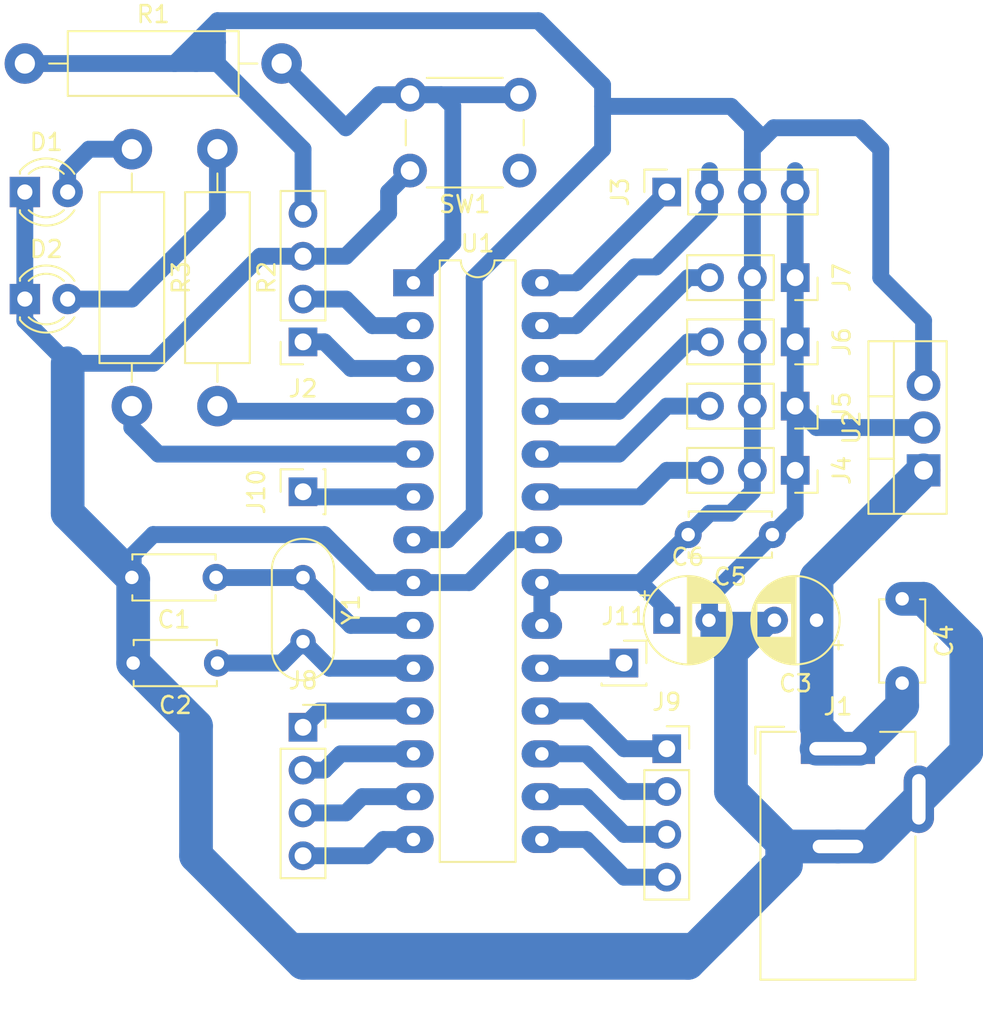
<source format=kicad_pcb>
(kicad_pcb (version 20171130) (host pcbnew "(5.1.6)-1")

  (general
    (thickness 1.6)
    (drawings 0)
    (tracks 213)
    (zones 0)
    (modules 26)
    (nets 29)
  )

  (page A4)
  (layers
    (0 F.Cu signal)
    (31 B.Cu signal)
    (32 B.Adhes user)
    (33 F.Adhes user)
    (34 B.Paste user)
    (35 F.Paste user)
    (36 B.SilkS user)
    (37 F.SilkS user)
    (38 B.Mask user)
    (39 F.Mask user)
    (40 Dwgs.User user)
    (41 Cmts.User user)
    (42 Eco1.User user)
    (43 Eco2.User user)
    (44 Edge.Cuts user)
    (45 Margin user)
    (46 B.CrtYd user)
    (47 F.CrtYd user)
    (48 B.Fab user)
    (49 F.Fab user)
  )

  (setup
    (last_trace_width 2)
    (user_trace_width 1)
    (user_trace_width 2)
    (trace_clearance 0.2)
    (zone_clearance 0.508)
    (zone_45_only no)
    (trace_min 0.2)
    (via_size 0.8)
    (via_drill 0.4)
    (via_min_size 0.4)
    (via_min_drill 0.3)
    (uvia_size 0.3)
    (uvia_drill 0.1)
    (uvias_allowed no)
    (uvia_min_size 0.2)
    (uvia_min_drill 0.1)
    (edge_width 0.05)
    (segment_width 0.2)
    (pcb_text_width 0.3)
    (pcb_text_size 1.5 1.5)
    (mod_edge_width 0.12)
    (mod_text_size 1 1)
    (mod_text_width 0.15)
    (pad_size 1.524 1.524)
    (pad_drill 0.762)
    (pad_to_mask_clearance 0.05)
    (aux_axis_origin 0 0)
    (visible_elements 7FFFFFFF)
    (pcbplotparams
      (layerselection 0x010fc_ffffffff)
      (usegerberextensions false)
      (usegerberattributes true)
      (usegerberadvancedattributes true)
      (creategerberjobfile true)
      (excludeedgelayer true)
      (linewidth 0.100000)
      (plotframeref false)
      (viasonmask false)
      (mode 1)
      (useauxorigin false)
      (hpglpennumber 1)
      (hpglpenspeed 20)
      (hpglpendiameter 15.000000)
      (psnegative false)
      (psa4output false)
      (plotreference true)
      (plotvalue true)
      (plotinvisibletext false)
      (padsonsilk false)
      (subtractmaskfromsilk false)
      (outputformat 1)
      (mirror false)
      (drillshape 1)
      (scaleselection 1)
      (outputdirectory ""))
  )

  (net 0 "")
  (net 1 GLED)
  (net 2 GND)
  (net 3 RLED)
  (net 4 LS1)
  (net 5 +5V)
  (net 6 LS2)
  (net 7 HS)
  (net 8 M4)
  (net 9 M3)
  (net 10 M2)
  (net 11 M1)
  (net 12 MO4)
  (net 13 MO3)
  (net 14 MO2)
  (net 15 MO1)
  (net 16 "Net-(C3-Pad1)")
  (net 17 "Net-(C1-Pad1)")
  (net 18 "Net-(C2-Pad1)")
  (net 19 Rx)
  (net 20 Tx)
  (net 21 SDA)
  (net 22 SCL)
  (net 23 "Net-(R1-Pad2)")
  (net 24 "Net-(R2-Pad2)")
  (net 25 "Net-(R3-Pad2)")
  (net 26 CS)
  (net 27 PB5)
  (net 28 PD4)

  (net_class Default "This is the default net class."
    (clearance 0.2)
    (trace_width 0.25)
    (via_dia 0.8)
    (via_drill 0.4)
    (uvia_dia 0.3)
    (uvia_drill 0.1)
    (add_net +5V)
    (add_net CS)
    (add_net GLED)
    (add_net GND)
    (add_net HS)
    (add_net LS1)
    (add_net LS2)
    (add_net M1)
    (add_net M2)
    (add_net M3)
    (add_net M4)
    (add_net MO1)
    (add_net MO2)
    (add_net MO3)
    (add_net MO4)
    (add_net "Net-(C1-Pad1)")
    (add_net "Net-(C2-Pad1)")
    (add_net "Net-(C3-Pad1)")
    (add_net "Net-(R1-Pad2)")
    (add_net "Net-(R2-Pad2)")
    (add_net "Net-(R3-Pad2)")
    (add_net PB5)
    (add_net PD4)
    (add_net RLED)
    (add_net Rx)
    (add_net SCL)
    (add_net SDA)
    (add_net Tx)
  )

  (module Connector_PinSocket_2.54mm:PinSocket_1x04_P2.54mm_Vertical (layer F.Cu) (tedit 5A19A429) (tstamp 600D7824)
    (at 107.95 66.04 90)
    (descr "Through hole straight socket strip, 1x04, 2.54mm pitch, single row (from Kicad 4.0.7), script generated")
    (tags "Through hole socket strip THT 1x04 2.54mm single row")
    (path /60106286)
    (fp_text reference J3 (at 0 -2.77 90) (layer F.SilkS)
      (effects (font (size 1 1) (thickness 0.15)))
    )
    (fp_text value I2C (at 0 10.39 90) (layer F.Fab)
      (effects (font (size 1 1) (thickness 0.15)))
    )
    (fp_line (start -1.8 9.4) (end -1.8 -1.8) (layer F.CrtYd) (width 0.05))
    (fp_line (start 1.75 9.4) (end -1.8 9.4) (layer F.CrtYd) (width 0.05))
    (fp_line (start 1.75 -1.8) (end 1.75 9.4) (layer F.CrtYd) (width 0.05))
    (fp_line (start -1.8 -1.8) (end 1.75 -1.8) (layer F.CrtYd) (width 0.05))
    (fp_line (start 0 -1.33) (end 1.33 -1.33) (layer F.SilkS) (width 0.12))
    (fp_line (start 1.33 -1.33) (end 1.33 0) (layer F.SilkS) (width 0.12))
    (fp_line (start 1.33 1.27) (end 1.33 8.95) (layer F.SilkS) (width 0.12))
    (fp_line (start -1.33 8.95) (end 1.33 8.95) (layer F.SilkS) (width 0.12))
    (fp_line (start -1.33 1.27) (end -1.33 8.95) (layer F.SilkS) (width 0.12))
    (fp_line (start -1.33 1.27) (end 1.33 1.27) (layer F.SilkS) (width 0.12))
    (fp_line (start -1.27 8.89) (end -1.27 -1.27) (layer F.Fab) (width 0.1))
    (fp_line (start 1.27 8.89) (end -1.27 8.89) (layer F.Fab) (width 0.1))
    (fp_line (start 1.27 -0.635) (end 1.27 8.89) (layer F.Fab) (width 0.1))
    (fp_line (start 0.635 -1.27) (end 1.27 -0.635) (layer F.Fab) (width 0.1))
    (fp_line (start -1.27 -1.27) (end 0.635 -1.27) (layer F.Fab) (width 0.1))
    (fp_text user %R (at 0 3.81) (layer F.Fab)
      (effects (font (size 1 1) (thickness 0.15)))
    )
    (pad 4 thru_hole oval (at 0 7.62 90) (size 1.7 1.7) (drill 1) (layers *.Cu *.Mask)
      (net 2 GND))
    (pad 3 thru_hole oval (at 0 5.08 90) (size 1.7 1.7) (drill 1) (layers *.Cu *.Mask)
      (net 5 +5V))
    (pad 2 thru_hole oval (at 0 2.54 90) (size 1.7 1.7) (drill 1) (layers *.Cu *.Mask)
      (net 21 SDA))
    (pad 1 thru_hole rect (at 0 0 90) (size 1.7 1.7) (drill 1) (layers *.Cu *.Mask)
      (net 22 SCL))
    (model ${KISYS3DMOD}/Connector_PinSocket_2.54mm.3dshapes/PinSocket_1x04_P2.54mm_Vertical.wrl
      (at (xyz 0 0 0))
      (scale (xyz 1 1 1))
      (rotate (xyz 0 0 0))
    )
  )

  (module Connector_PinSocket_2.54mm:PinSocket_1x03_P2.54mm_Vertical (layer F.Cu) (tedit 5A19A429) (tstamp 600FAF51)
    (at 115.57 82.55 270)
    (descr "Through hole straight socket strip, 1x03, 2.54mm pitch, single row (from Kicad 4.0.7), script generated")
    (tags "Through hole socket strip THT 1x03 2.54mm single row")
    (path /601262A8)
    (fp_text reference J4 (at 0 -2.77 90) (layer F.SilkS)
      (effects (font (size 1 1) (thickness 0.15)))
    )
    (fp_text value "CURRENT SENSOR" (at 0 7.85 90) (layer F.Fab)
      (effects (font (size 1 1) (thickness 0.15)))
    )
    (fp_text user %R (at 0 2.54) (layer F.Fab)
      (effects (font (size 1 1) (thickness 0.15)))
    )
    (fp_line (start -1.27 -1.27) (end 0.635 -1.27) (layer F.Fab) (width 0.1))
    (fp_line (start 0.635 -1.27) (end 1.27 -0.635) (layer F.Fab) (width 0.1))
    (fp_line (start 1.27 -0.635) (end 1.27 6.35) (layer F.Fab) (width 0.1))
    (fp_line (start 1.27 6.35) (end -1.27 6.35) (layer F.Fab) (width 0.1))
    (fp_line (start -1.27 6.35) (end -1.27 -1.27) (layer F.Fab) (width 0.1))
    (fp_line (start -1.33 1.27) (end 1.33 1.27) (layer F.SilkS) (width 0.12))
    (fp_line (start -1.33 1.27) (end -1.33 6.41) (layer F.SilkS) (width 0.12))
    (fp_line (start -1.33 6.41) (end 1.33 6.41) (layer F.SilkS) (width 0.12))
    (fp_line (start 1.33 1.27) (end 1.33 6.41) (layer F.SilkS) (width 0.12))
    (fp_line (start 1.33 -1.33) (end 1.33 0) (layer F.SilkS) (width 0.12))
    (fp_line (start 0 -1.33) (end 1.33 -1.33) (layer F.SilkS) (width 0.12))
    (fp_line (start -1.8 -1.8) (end 1.75 -1.8) (layer F.CrtYd) (width 0.05))
    (fp_line (start 1.75 -1.8) (end 1.75 6.85) (layer F.CrtYd) (width 0.05))
    (fp_line (start 1.75 6.85) (end -1.8 6.85) (layer F.CrtYd) (width 0.05))
    (fp_line (start -1.8 6.85) (end -1.8 -1.8) (layer F.CrtYd) (width 0.05))
    (pad 3 thru_hole oval (at 0 5.08 270) (size 1.7 1.7) (drill 1) (layers *.Cu *.Mask)
      (net 26 CS))
    (pad 2 thru_hole oval (at 0 2.54 270) (size 1.7 1.7) (drill 1) (layers *.Cu *.Mask)
      (net 5 +5V))
    (pad 1 thru_hole rect (at 0 0 270) (size 1.7 1.7) (drill 1) (layers *.Cu *.Mask)
      (net 2 GND))
    (model ${KISYS3DMOD}/Connector_PinSocket_2.54mm.3dshapes/PinSocket_1x03_P2.54mm_Vertical.wrl
      (at (xyz 0 0 0))
      (scale (xyz 1 1 1))
      (rotate (xyz 0 0 0))
    )
  )

  (module Connector_PinSocket_2.54mm:PinSocket_1x01_P2.54mm_Vertical (layer F.Cu) (tedit 5A19A434) (tstamp 600F967C)
    (at 105.41 93.98)
    (descr "Through hole straight socket strip, 1x01, 2.54mm pitch, single row (from Kicad 4.0.7), script generated")
    (tags "Through hole socket strip THT 1x01 2.54mm single row")
    (path /602A0E3F)
    (fp_text reference J11 (at 0 -2.77) (layer F.SilkS)
      (effects (font (size 1 1) (thickness 0.15)))
    )
    (fp_text value CONN_01OFFSET (at 0 2.77) (layer F.Fab)
      (effects (font (size 1 1) (thickness 0.15)))
    )
    (fp_text user %R (at 0 0) (layer F.Fab)
      (effects (font (size 1 1) (thickness 0.15)))
    )
    (fp_line (start -1.27 -1.27) (end 0.635 -1.27) (layer F.Fab) (width 0.1))
    (fp_line (start 0.635 -1.27) (end 1.27 -0.635) (layer F.Fab) (width 0.1))
    (fp_line (start 1.27 -0.635) (end 1.27 1.27) (layer F.Fab) (width 0.1))
    (fp_line (start 1.27 1.27) (end -1.27 1.27) (layer F.Fab) (width 0.1))
    (fp_line (start -1.27 1.27) (end -1.27 -1.27) (layer F.Fab) (width 0.1))
    (fp_line (start -1.33 1.33) (end 1.33 1.33) (layer F.SilkS) (width 0.12))
    (fp_line (start -1.33 1.21) (end -1.33 1.33) (layer F.SilkS) (width 0.12))
    (fp_line (start 1.33 1.21) (end 1.33 1.33) (layer F.SilkS) (width 0.12))
    (fp_line (start 1.33 -1.33) (end 1.33 0) (layer F.SilkS) (width 0.12))
    (fp_line (start 0 -1.33) (end 1.33 -1.33) (layer F.SilkS) (width 0.12))
    (fp_line (start -1.8 -1.8) (end 1.75 -1.8) (layer F.CrtYd) (width 0.05))
    (fp_line (start 1.75 -1.8) (end 1.75 1.75) (layer F.CrtYd) (width 0.05))
    (fp_line (start 1.75 1.75) (end -1.8 1.75) (layer F.CrtYd) (width 0.05))
    (fp_line (start -1.8 1.75) (end -1.8 -1.8) (layer F.CrtYd) (width 0.05))
    (pad 1 thru_hole rect (at 0 0) (size 1.7 1.7) (drill 1) (layers *.Cu *.Mask)
      (net 27 PB5))
    (model ${KISYS3DMOD}/Connector_PinSocket_2.54mm.3dshapes/PinSocket_1x01_P2.54mm_Vertical.wrl
      (at (xyz 0 0 0))
      (scale (xyz 1 1 1))
      (rotate (xyz 0 0 0))
    )
  )

  (module Connector_PinSocket_2.54mm:PinSocket_1x01_P2.54mm_Vertical (layer F.Cu) (tedit 5A19A434) (tstamp 600F9668)
    (at 86.36 83.82 90)
    (descr "Through hole straight socket strip, 1x01, 2.54mm pitch, single row (from Kicad 4.0.7), script generated")
    (tags "Through hole socket strip THT 1x01 2.54mm single row")
    (path /602A0332)
    (fp_text reference J10 (at 0 -2.77 90) (layer F.SilkS)
      (effects (font (size 1 1) (thickness 0.15)))
    )
    (fp_text value CONN_01OFFSET (at 0 2.77 90) (layer F.Fab)
      (effects (font (size 1 1) (thickness 0.15)))
    )
    (fp_text user %R (at 0 0 90) (layer F.Fab)
      (effects (font (size 1 1) (thickness 0.15)))
    )
    (fp_line (start -1.27 -1.27) (end 0.635 -1.27) (layer F.Fab) (width 0.1))
    (fp_line (start 0.635 -1.27) (end 1.27 -0.635) (layer F.Fab) (width 0.1))
    (fp_line (start 1.27 -0.635) (end 1.27 1.27) (layer F.Fab) (width 0.1))
    (fp_line (start 1.27 1.27) (end -1.27 1.27) (layer F.Fab) (width 0.1))
    (fp_line (start -1.27 1.27) (end -1.27 -1.27) (layer F.Fab) (width 0.1))
    (fp_line (start -1.33 1.33) (end 1.33 1.33) (layer F.SilkS) (width 0.12))
    (fp_line (start -1.33 1.21) (end -1.33 1.33) (layer F.SilkS) (width 0.12))
    (fp_line (start 1.33 1.21) (end 1.33 1.33) (layer F.SilkS) (width 0.12))
    (fp_line (start 1.33 -1.33) (end 1.33 0) (layer F.SilkS) (width 0.12))
    (fp_line (start 0 -1.33) (end 1.33 -1.33) (layer F.SilkS) (width 0.12))
    (fp_line (start -1.8 -1.8) (end 1.75 -1.8) (layer F.CrtYd) (width 0.05))
    (fp_line (start 1.75 -1.8) (end 1.75 1.75) (layer F.CrtYd) (width 0.05))
    (fp_line (start 1.75 1.75) (end -1.8 1.75) (layer F.CrtYd) (width 0.05))
    (fp_line (start -1.8 1.75) (end -1.8 -1.8) (layer F.CrtYd) (width 0.05))
    (pad 1 thru_hole rect (at 0 0 90) (size 1.7 1.7) (drill 1) (layers *.Cu *.Mask)
      (net 28 PD4))
    (model ${KISYS3DMOD}/Connector_PinSocket_2.54mm.3dshapes/PinSocket_1x01_P2.54mm_Vertical.wrl
      (at (xyz 0 0 0))
      (scale (xyz 1 1 1))
      (rotate (xyz 0 0 0))
    )
  )

  (module Crystal:Crystal_HC52-U_Vertical (layer F.Cu) (tedit 5A1AD3B8) (tstamp 600F043A)
    (at 86.36 88.91 270)
    (descr "Crystal THT HC-52/U, http://www.kvg-gmbh.de/assets/uploads/files/product_pdfs/XS71xx.pdf")
    (tags "THT crystal HC-52/U")
    (path /600C7AEC)
    (fp_text reference Y1 (at 1.9 -2.85 90) (layer F.SilkS)
      (effects (font (size 1 1) (thickness 0.15)))
    )
    (fp_text value 16Mhz (at 1.9 2.85 90) (layer F.Fab)
      (effects (font (size 1 1) (thickness 0.15)))
    )
    (fp_arc (start 4.25 0) (end 4.25 -1.85) (angle 180) (layer F.SilkS) (width 0.12))
    (fp_arc (start -0.45 0) (end -0.45 -1.85) (angle -180) (layer F.SilkS) (width 0.12))
    (fp_arc (start 4.25 0) (end 4.25 -1.15) (angle 180) (layer F.Fab) (width 0.1))
    (fp_arc (start -0.45 0) (end -0.45 -1.15) (angle -180) (layer F.Fab) (width 0.1))
    (fp_arc (start 4.25 0) (end 4.25 -1.65) (angle 180) (layer F.Fab) (width 0.1))
    (fp_arc (start -0.45 0) (end -0.45 -1.65) (angle -180) (layer F.Fab) (width 0.1))
    (fp_text user %R (at 1.9 0 90) (layer F.Fab)
      (effects (font (size 1 1) (thickness 0.15)))
    )
    (fp_line (start -0.45 -1.65) (end 4.25 -1.65) (layer F.Fab) (width 0.1))
    (fp_line (start -0.45 1.65) (end 4.25 1.65) (layer F.Fab) (width 0.1))
    (fp_line (start -0.45 -1.15) (end 4.25 -1.15) (layer F.Fab) (width 0.1))
    (fp_line (start -0.45 1.15) (end 4.25 1.15) (layer F.Fab) (width 0.1))
    (fp_line (start -0.45 -1.85) (end 4.25 -1.85) (layer F.SilkS) (width 0.12))
    (fp_line (start -0.45 1.85) (end 4.25 1.85) (layer F.SilkS) (width 0.12))
    (fp_line (start -2.6 -2.1) (end -2.6 2.1) (layer F.CrtYd) (width 0.05))
    (fp_line (start -2.6 2.1) (end 6.4 2.1) (layer F.CrtYd) (width 0.05))
    (fp_line (start 6.4 2.1) (end 6.4 -2.1) (layer F.CrtYd) (width 0.05))
    (fp_line (start 6.4 -2.1) (end -2.6 -2.1) (layer F.CrtYd) (width 0.05))
    (pad 2 thru_hole circle (at 3.8 0 270) (size 1.5 1.5) (drill 0.8) (layers *.Cu *.Mask)
      (net 18 "Net-(C2-Pad1)"))
    (pad 1 thru_hole circle (at 0 0 270) (size 1.5 1.5) (drill 0.8) (layers *.Cu *.Mask)
      (net 17 "Net-(C1-Pad1)"))
    (model ${KISYS3DMOD}/Crystal.3dshapes/Crystal_HC52-U_Vertical.wrl
      (at (xyz 0 0 0))
      (scale (xyz 1 1 1))
      (rotate (xyz 0 0 0))
    )
  )

  (module Package_DIP:DIP-28_W7.62mm_LongPads (layer F.Cu) (tedit 5A02E8C5) (tstamp 600D7998)
    (at 92.915001 71.425001)
    (descr "28-lead though-hole mounted DIP package, row spacing 7.62 mm (300 mils), LongPads")
    (tags "THT DIP DIL PDIP 2.54mm 7.62mm 300mil LongPads")
    (path /600C1916)
    (fp_text reference U1 (at 3.81 -2.33) (layer F.SilkS)
      (effects (font (size 1 1) (thickness 0.15)))
    )
    (fp_text value ATMEGA328P_PDIP (at 3.81 35.35) (layer F.Fab)
      (effects (font (size 1 1) (thickness 0.15)))
    )
    (fp_line (start 9.1 -1.55) (end -1.45 -1.55) (layer F.CrtYd) (width 0.05))
    (fp_line (start 9.1 34.55) (end 9.1 -1.55) (layer F.CrtYd) (width 0.05))
    (fp_line (start -1.45 34.55) (end 9.1 34.55) (layer F.CrtYd) (width 0.05))
    (fp_line (start -1.45 -1.55) (end -1.45 34.55) (layer F.CrtYd) (width 0.05))
    (fp_line (start 6.06 -1.33) (end 4.81 -1.33) (layer F.SilkS) (width 0.12))
    (fp_line (start 6.06 34.35) (end 6.06 -1.33) (layer F.SilkS) (width 0.12))
    (fp_line (start 1.56 34.35) (end 6.06 34.35) (layer F.SilkS) (width 0.12))
    (fp_line (start 1.56 -1.33) (end 1.56 34.35) (layer F.SilkS) (width 0.12))
    (fp_line (start 2.81 -1.33) (end 1.56 -1.33) (layer F.SilkS) (width 0.12))
    (fp_line (start 0.635 -0.27) (end 1.635 -1.27) (layer F.Fab) (width 0.1))
    (fp_line (start 0.635 34.29) (end 0.635 -0.27) (layer F.Fab) (width 0.1))
    (fp_line (start 6.985 34.29) (end 0.635 34.29) (layer F.Fab) (width 0.1))
    (fp_line (start 6.985 -1.27) (end 6.985 34.29) (layer F.Fab) (width 0.1))
    (fp_line (start 1.635 -1.27) (end 6.985 -1.27) (layer F.Fab) (width 0.1))
    (fp_text user %R (at 3.81 16.51) (layer F.Fab)
      (effects (font (size 1 1) (thickness 0.15)))
    )
    (fp_arc (start 3.81 -1.33) (end 2.81 -1.33) (angle -180) (layer F.SilkS) (width 0.12))
    (pad 28 thru_hole oval (at 7.62 0) (size 2.4 1.6) (drill 0.8) (layers *.Cu *.Mask)
      (net 22 SCL))
    (pad 14 thru_hole oval (at 0 33.02) (size 2.4 1.6) (drill 0.8) (layers *.Cu *.Mask)
      (net 8 M4))
    (pad 27 thru_hole oval (at 7.62 2.54) (size 2.4 1.6) (drill 0.8) (layers *.Cu *.Mask)
      (net 21 SDA))
    (pad 13 thru_hole oval (at 0 30.48) (size 2.4 1.6) (drill 0.8) (layers *.Cu *.Mask)
      (net 11 M1))
    (pad 26 thru_hole oval (at 7.62 5.08) (size 2.4 1.6) (drill 0.8) (layers *.Cu *.Mask)
      (net 7 HS))
    (pad 12 thru_hole oval (at 0 27.94) (size 2.4 1.6) (drill 0.8) (layers *.Cu *.Mask)
      (net 10 M2))
    (pad 25 thru_hole oval (at 7.62 7.62) (size 2.4 1.6) (drill 0.8) (layers *.Cu *.Mask)
      (net 6 LS2))
    (pad 11 thru_hole oval (at 0 25.4) (size 2.4 1.6) (drill 0.8) (layers *.Cu *.Mask)
      (net 9 M3))
    (pad 24 thru_hole oval (at 7.62 10.16) (size 2.4 1.6) (drill 0.8) (layers *.Cu *.Mask)
      (net 4 LS1))
    (pad 10 thru_hole oval (at 0 22.86) (size 2.4 1.6) (drill 0.8) (layers *.Cu *.Mask)
      (net 18 "Net-(C2-Pad1)"))
    (pad 23 thru_hole oval (at 7.62 12.7) (size 2.4 1.6) (drill 0.8) (layers *.Cu *.Mask)
      (net 26 CS))
    (pad 9 thru_hole oval (at 0 20.32) (size 2.4 1.6) (drill 0.8) (layers *.Cu *.Mask)
      (net 17 "Net-(C1-Pad1)"))
    (pad 22 thru_hole oval (at 7.62 15.24) (size 2.4 1.6) (drill 0.8) (layers *.Cu *.Mask)
      (net 2 GND))
    (pad 8 thru_hole oval (at 0 17.78) (size 2.4 1.6) (drill 0.8) (layers *.Cu *.Mask)
      (net 2 GND))
    (pad 21 thru_hole oval (at 7.62 17.78) (size 2.4 1.6) (drill 0.8) (layers *.Cu *.Mask)
      (net 5 +5V))
    (pad 7 thru_hole oval (at 0 15.24) (size 2.4 1.6) (drill 0.8) (layers *.Cu *.Mask)
      (net 5 +5V))
    (pad 20 thru_hole oval (at 7.62 20.32) (size 2.4 1.6) (drill 0.8) (layers *.Cu *.Mask)
      (net 5 +5V))
    (pad 6 thru_hole oval (at 0 12.7) (size 2.4 1.6) (drill 0.8) (layers *.Cu *.Mask)
      (net 28 PD4))
    (pad 19 thru_hole oval (at 7.62 22.86) (size 2.4 1.6) (drill 0.8) (layers *.Cu *.Mask)
      (net 27 PB5))
    (pad 5 thru_hole oval (at 0 10.16) (size 2.4 1.6) (drill 0.8) (layers *.Cu *.Mask)
      (net 25 "Net-(R3-Pad2)"))
    (pad 18 thru_hole oval (at 7.62 25.4) (size 2.4 1.6) (drill 0.8) (layers *.Cu *.Mask)
      (net 12 MO4))
    (pad 4 thru_hole oval (at 0 7.62) (size 2.4 1.6) (drill 0.8) (layers *.Cu *.Mask)
      (net 24 "Net-(R2-Pad2)"))
    (pad 17 thru_hole oval (at 7.62 27.94) (size 2.4 1.6) (drill 0.8) (layers *.Cu *.Mask)
      (net 15 MO1))
    (pad 3 thru_hole oval (at 0 5.08) (size 2.4 1.6) (drill 0.8) (layers *.Cu *.Mask)
      (net 20 Tx))
    (pad 16 thru_hole oval (at 7.62 30.48) (size 2.4 1.6) (drill 0.8) (layers *.Cu *.Mask)
      (net 14 MO2))
    (pad 2 thru_hole oval (at 0 2.54) (size 2.4 1.6) (drill 0.8) (layers *.Cu *.Mask)
      (net 19 Rx))
    (pad 15 thru_hole oval (at 7.62 33.02) (size 2.4 1.6) (drill 0.8) (layers *.Cu *.Mask)
      (net 13 MO3))
    (pad 1 thru_hole rect (at 0 0) (size 2.4 1.6) (drill 0.8) (layers *.Cu *.Mask)
      (net 23 "Net-(R1-Pad2)"))
    (model ${KISYS3DMOD}/Package_DIP.3dshapes/DIP-28_W7.62mm.wrl
      (at (xyz 0 0 0))
      (scale (xyz 1 1 1))
      (rotate (xyz 0 0 0))
    )
  )

  (module Button_Switch_THT:SW_PUSH_6mm_H7.3mm (layer F.Cu) (tedit 5A02FE31) (tstamp 600D7968)
    (at 99.21 64.77 180)
    (descr "tactile push button, 6x6mm e.g. PHAP33xx series, height=7.3mm")
    (tags "tact sw push 6mm")
    (path /600E06F7)
    (fp_text reference SW1 (at 3.25 -2) (layer F.SilkS)
      (effects (font (size 1 1) (thickness 0.15)))
    )
    (fp_text value SW_Push (at 3.75 6.7) (layer F.Fab)
      (effects (font (size 1 1) (thickness 0.15)))
    )
    (fp_circle (center 3.25 2.25) (end 1.25 2.5) (layer F.Fab) (width 0.1))
    (fp_line (start 6.75 3) (end 6.75 1.5) (layer F.SilkS) (width 0.12))
    (fp_line (start 5.5 -1) (end 1 -1) (layer F.SilkS) (width 0.12))
    (fp_line (start -0.25 1.5) (end -0.25 3) (layer F.SilkS) (width 0.12))
    (fp_line (start 1 5.5) (end 5.5 5.5) (layer F.SilkS) (width 0.12))
    (fp_line (start 8 -1.25) (end 8 5.75) (layer F.CrtYd) (width 0.05))
    (fp_line (start 7.75 6) (end -1.25 6) (layer F.CrtYd) (width 0.05))
    (fp_line (start -1.5 5.75) (end -1.5 -1.25) (layer F.CrtYd) (width 0.05))
    (fp_line (start -1.25 -1.5) (end 7.75 -1.5) (layer F.CrtYd) (width 0.05))
    (fp_line (start -1.5 6) (end -1.25 6) (layer F.CrtYd) (width 0.05))
    (fp_line (start -1.5 5.75) (end -1.5 6) (layer F.CrtYd) (width 0.05))
    (fp_line (start -1.5 -1.5) (end -1.25 -1.5) (layer F.CrtYd) (width 0.05))
    (fp_line (start -1.5 -1.25) (end -1.5 -1.5) (layer F.CrtYd) (width 0.05))
    (fp_line (start 8 -1.5) (end 8 -1.25) (layer F.CrtYd) (width 0.05))
    (fp_line (start 7.75 -1.5) (end 8 -1.5) (layer F.CrtYd) (width 0.05))
    (fp_line (start 8 6) (end 8 5.75) (layer F.CrtYd) (width 0.05))
    (fp_line (start 7.75 6) (end 8 6) (layer F.CrtYd) (width 0.05))
    (fp_line (start 0.25 -0.75) (end 3.25 -0.75) (layer F.Fab) (width 0.1))
    (fp_line (start 0.25 5.25) (end 0.25 -0.75) (layer F.Fab) (width 0.1))
    (fp_line (start 6.25 5.25) (end 0.25 5.25) (layer F.Fab) (width 0.1))
    (fp_line (start 6.25 -0.75) (end 6.25 5.25) (layer F.Fab) (width 0.1))
    (fp_line (start 3.25 -0.75) (end 6.25 -0.75) (layer F.Fab) (width 0.1))
    (fp_text user %R (at 3.25 2.25) (layer F.Fab)
      (effects (font (size 1 1) (thickness 0.15)))
    )
    (pad 1 thru_hole circle (at 6.5 0 270) (size 2 2) (drill 1.1) (layers *.Cu *.Mask)
      (net 2 GND))
    (pad 2 thru_hole circle (at 6.5 4.5 270) (size 2 2) (drill 1.1) (layers *.Cu *.Mask)
      (net 23 "Net-(R1-Pad2)"))
    (pad 1 thru_hole circle (at 0 0 270) (size 2 2) (drill 1.1) (layers *.Cu *.Mask)
      (net 2 GND))
    (pad 2 thru_hole circle (at 0 4.5 270) (size 2 2) (drill 1.1) (layers *.Cu *.Mask)
      (net 23 "Net-(R1-Pad2)"))
    (model ${KISYS3DMOD}/Button_Switch_THT.3dshapes/SW_PUSH_6mm_H7.3mm.wrl
      (at (xyz 0 0 0))
      (scale (xyz 1 1 1))
      (rotate (xyz 0 0 0))
    )
  )

  (module Resistor_THT:R_Axial_DIN0411_L9.9mm_D3.6mm_P15.24mm_Horizontal (layer F.Cu) (tedit 5AE5139B) (tstamp 600D7949)
    (at 76.2 63.5 270)
    (descr "Resistor, Axial_DIN0411 series, Axial, Horizontal, pin pitch=15.24mm, 1W, length*diameter=9.9*3.6mm^2")
    (tags "Resistor Axial_DIN0411 series Axial Horizontal pin pitch 15.24mm 1W length 9.9mm diameter 3.6mm")
    (path /6015CF19)
    (fp_text reference R3 (at 7.62 -2.92 90) (layer F.SilkS)
      (effects (font (size 1 1) (thickness 0.15)))
    )
    (fp_text value 330 (at 7.62 2.92 90) (layer F.Fab)
      (effects (font (size 1 1) (thickness 0.15)))
    )
    (fp_line (start 16.69 -2.05) (end -1.45 -2.05) (layer F.CrtYd) (width 0.05))
    (fp_line (start 16.69 2.05) (end 16.69 -2.05) (layer F.CrtYd) (width 0.05))
    (fp_line (start -1.45 2.05) (end 16.69 2.05) (layer F.CrtYd) (width 0.05))
    (fp_line (start -1.45 -2.05) (end -1.45 2.05) (layer F.CrtYd) (width 0.05))
    (fp_line (start 13.8 0) (end 12.69 0) (layer F.SilkS) (width 0.12))
    (fp_line (start 1.44 0) (end 2.55 0) (layer F.SilkS) (width 0.12))
    (fp_line (start 12.69 -1.92) (end 2.55 -1.92) (layer F.SilkS) (width 0.12))
    (fp_line (start 12.69 1.92) (end 12.69 -1.92) (layer F.SilkS) (width 0.12))
    (fp_line (start 2.55 1.92) (end 12.69 1.92) (layer F.SilkS) (width 0.12))
    (fp_line (start 2.55 -1.92) (end 2.55 1.92) (layer F.SilkS) (width 0.12))
    (fp_line (start 15.24 0) (end 12.57 0) (layer F.Fab) (width 0.1))
    (fp_line (start 0 0) (end 2.67 0) (layer F.Fab) (width 0.1))
    (fp_line (start 12.57 -1.8) (end 2.67 -1.8) (layer F.Fab) (width 0.1))
    (fp_line (start 12.57 1.8) (end 12.57 -1.8) (layer F.Fab) (width 0.1))
    (fp_line (start 2.67 1.8) (end 12.57 1.8) (layer F.Fab) (width 0.1))
    (fp_line (start 2.67 -1.8) (end 2.67 1.8) (layer F.Fab) (width 0.1))
    (fp_text user %R (at 7.62 0 90) (layer F.Fab)
      (effects (font (size 1 1) (thickness 0.15)))
    )
    (pad 2 thru_hole oval (at 15.24 0 270) (size 2.4 2.4) (drill 1.2) (layers *.Cu *.Mask)
      (net 25 "Net-(R3-Pad2)"))
    (pad 1 thru_hole circle (at 0 0 270) (size 2.4 2.4) (drill 1.2) (layers *.Cu *.Mask)
      (net 1 GLED))
    (model ${KISYS3DMOD}/Resistor_THT.3dshapes/R_Axial_DIN0411_L9.9mm_D3.6mm_P15.24mm_Horizontal.wrl
      (at (xyz 0 0 0))
      (scale (xyz 1 1 1))
      (rotate (xyz 0 0 0))
    )
  )

  (module Resistor_THT:R_Axial_DIN0411_L9.9mm_D3.6mm_P15.24mm_Horizontal (layer F.Cu) (tedit 5AE5139B) (tstamp 600D7932)
    (at 81.28 63.5 270)
    (descr "Resistor, Axial_DIN0411 series, Axial, Horizontal, pin pitch=15.24mm, 1W, length*diameter=9.9*3.6mm^2")
    (tags "Resistor Axial_DIN0411 series Axial Horizontal pin pitch 15.24mm 1W length 9.9mm diameter 3.6mm")
    (path /601537B1)
    (fp_text reference R2 (at 7.62 -2.92 90) (layer F.SilkS)
      (effects (font (size 1 1) (thickness 0.15)))
    )
    (fp_text value 330 (at 7.62 2.92 90) (layer F.Fab)
      (effects (font (size 1 1) (thickness 0.15)))
    )
    (fp_line (start 16.69 -2.05) (end -1.45 -2.05) (layer F.CrtYd) (width 0.05))
    (fp_line (start 16.69 2.05) (end 16.69 -2.05) (layer F.CrtYd) (width 0.05))
    (fp_line (start -1.45 2.05) (end 16.69 2.05) (layer F.CrtYd) (width 0.05))
    (fp_line (start -1.45 -2.05) (end -1.45 2.05) (layer F.CrtYd) (width 0.05))
    (fp_line (start 13.8 0) (end 12.69 0) (layer F.SilkS) (width 0.12))
    (fp_line (start 1.44 0) (end 2.55 0) (layer F.SilkS) (width 0.12))
    (fp_line (start 12.69 -1.92) (end 2.55 -1.92) (layer F.SilkS) (width 0.12))
    (fp_line (start 12.69 1.92) (end 12.69 -1.92) (layer F.SilkS) (width 0.12))
    (fp_line (start 2.55 1.92) (end 12.69 1.92) (layer F.SilkS) (width 0.12))
    (fp_line (start 2.55 -1.92) (end 2.55 1.92) (layer F.SilkS) (width 0.12))
    (fp_line (start 15.24 0) (end 12.57 0) (layer F.Fab) (width 0.1))
    (fp_line (start 0 0) (end 2.67 0) (layer F.Fab) (width 0.1))
    (fp_line (start 12.57 -1.8) (end 2.67 -1.8) (layer F.Fab) (width 0.1))
    (fp_line (start 12.57 1.8) (end 12.57 -1.8) (layer F.Fab) (width 0.1))
    (fp_line (start 2.67 1.8) (end 12.57 1.8) (layer F.Fab) (width 0.1))
    (fp_line (start 2.67 -1.8) (end 2.67 1.8) (layer F.Fab) (width 0.1))
    (fp_text user %R (at 7.62 0 90) (layer F.Fab)
      (effects (font (size 1 1) (thickness 0.15)))
    )
    (pad 2 thru_hole oval (at 15.24 0 270) (size 2.4 2.4) (drill 1.2) (layers *.Cu *.Mask)
      (net 24 "Net-(R2-Pad2)"))
    (pad 1 thru_hole circle (at 0 0 270) (size 2.4 2.4) (drill 1.2) (layers *.Cu *.Mask)
      (net 3 RLED))
    (model ${KISYS3DMOD}/Resistor_THT.3dshapes/R_Axial_DIN0411_L9.9mm_D3.6mm_P15.24mm_Horizontal.wrl
      (at (xyz 0 0 0))
      (scale (xyz 1 1 1))
      (rotate (xyz 0 0 0))
    )
  )

  (module Resistor_THT:R_Axial_DIN0411_L9.9mm_D3.6mm_P15.24mm_Horizontal (layer F.Cu) (tedit 5AE5139B) (tstamp 600D791B)
    (at 69.85 58.42)
    (descr "Resistor, Axial_DIN0411 series, Axial, Horizontal, pin pitch=15.24mm, 1W, length*diameter=9.9*3.6mm^2")
    (tags "Resistor Axial_DIN0411 series Axial Horizontal pin pitch 15.24mm 1W length 9.9mm diameter 3.6mm")
    (path /600E2CEA)
    (fp_text reference R1 (at 7.62 -2.92) (layer F.SilkS)
      (effects (font (size 1 1) (thickness 0.15)))
    )
    (fp_text value 10k (at 7.62 2.92) (layer F.Fab)
      (effects (font (size 1 1) (thickness 0.15)))
    )
    (fp_line (start 16.69 -2.05) (end -1.45 -2.05) (layer F.CrtYd) (width 0.05))
    (fp_line (start 16.69 2.05) (end 16.69 -2.05) (layer F.CrtYd) (width 0.05))
    (fp_line (start -1.45 2.05) (end 16.69 2.05) (layer F.CrtYd) (width 0.05))
    (fp_line (start -1.45 -2.05) (end -1.45 2.05) (layer F.CrtYd) (width 0.05))
    (fp_line (start 13.8 0) (end 12.69 0) (layer F.SilkS) (width 0.12))
    (fp_line (start 1.44 0) (end 2.55 0) (layer F.SilkS) (width 0.12))
    (fp_line (start 12.69 -1.92) (end 2.55 -1.92) (layer F.SilkS) (width 0.12))
    (fp_line (start 12.69 1.92) (end 12.69 -1.92) (layer F.SilkS) (width 0.12))
    (fp_line (start 2.55 1.92) (end 12.69 1.92) (layer F.SilkS) (width 0.12))
    (fp_line (start 2.55 -1.92) (end 2.55 1.92) (layer F.SilkS) (width 0.12))
    (fp_line (start 15.24 0) (end 12.57 0) (layer F.Fab) (width 0.1))
    (fp_line (start 0 0) (end 2.67 0) (layer F.Fab) (width 0.1))
    (fp_line (start 12.57 -1.8) (end 2.67 -1.8) (layer F.Fab) (width 0.1))
    (fp_line (start 12.57 1.8) (end 12.57 -1.8) (layer F.Fab) (width 0.1))
    (fp_line (start 2.67 1.8) (end 12.57 1.8) (layer F.Fab) (width 0.1))
    (fp_line (start 2.67 -1.8) (end 2.67 1.8) (layer F.Fab) (width 0.1))
    (fp_text user %R (at 7.62 0) (layer F.Fab)
      (effects (font (size 1 1) (thickness 0.15)))
    )
    (pad 2 thru_hole oval (at 15.24 0) (size 2.4 2.4) (drill 1.2) (layers *.Cu *.Mask)
      (net 23 "Net-(R1-Pad2)"))
    (pad 1 thru_hole circle (at 0 0) (size 2.4 2.4) (drill 1.2) (layers *.Cu *.Mask)
      (net 5 +5V))
    (model ${KISYS3DMOD}/Resistor_THT.3dshapes/R_Axial_DIN0411_L9.9mm_D3.6mm_P15.24mm_Horizontal.wrl
      (at (xyz 0 0 0))
      (scale (xyz 1 1 1))
      (rotate (xyz 0 0 0))
    )
  )

  (module Connector_PinSocket_2.54mm:PinSocket_1x04_P2.54mm_Vertical (layer F.Cu) (tedit 5A19A429) (tstamp 600D780C)
    (at 86.36 74.93 180)
    (descr "Through hole straight socket strip, 1x04, 2.54mm pitch, single row (from Kicad 4.0.7), script generated")
    (tags "Through hole socket strip THT 1x04 2.54mm single row")
    (path /6010DB09)
    (fp_text reference J2 (at 0 -2.77) (layer F.SilkS)
      (effects (font (size 1 1) (thickness 0.15)))
    )
    (fp_text value USART (at 0 10.39) (layer F.Fab)
      (effects (font (size 1 1) (thickness 0.15)))
    )
    (fp_line (start -1.8 9.4) (end -1.8 -1.8) (layer F.CrtYd) (width 0.05))
    (fp_line (start 1.75 9.4) (end -1.8 9.4) (layer F.CrtYd) (width 0.05))
    (fp_line (start 1.75 -1.8) (end 1.75 9.4) (layer F.CrtYd) (width 0.05))
    (fp_line (start -1.8 -1.8) (end 1.75 -1.8) (layer F.CrtYd) (width 0.05))
    (fp_line (start 0 -1.33) (end 1.33 -1.33) (layer F.SilkS) (width 0.12))
    (fp_line (start 1.33 -1.33) (end 1.33 0) (layer F.SilkS) (width 0.12))
    (fp_line (start 1.33 1.27) (end 1.33 8.95) (layer F.SilkS) (width 0.12))
    (fp_line (start -1.33 8.95) (end 1.33 8.95) (layer F.SilkS) (width 0.12))
    (fp_line (start -1.33 1.27) (end -1.33 8.95) (layer F.SilkS) (width 0.12))
    (fp_line (start -1.33 1.27) (end 1.33 1.27) (layer F.SilkS) (width 0.12))
    (fp_line (start -1.27 8.89) (end -1.27 -1.27) (layer F.Fab) (width 0.1))
    (fp_line (start 1.27 8.89) (end -1.27 8.89) (layer F.Fab) (width 0.1))
    (fp_line (start 1.27 -0.635) (end 1.27 8.89) (layer F.Fab) (width 0.1))
    (fp_line (start 0.635 -1.27) (end 1.27 -0.635) (layer F.Fab) (width 0.1))
    (fp_line (start -1.27 -1.27) (end 0.635 -1.27) (layer F.Fab) (width 0.1))
    (fp_text user %R (at 0 3.81 90) (layer F.Fab)
      (effects (font (size 1 1) (thickness 0.15)))
    )
    (pad 4 thru_hole oval (at 0 7.62 180) (size 1.7 1.7) (drill 1) (layers *.Cu *.Mask)
      (net 5 +5V))
    (pad 3 thru_hole oval (at 0 5.08 180) (size 1.7 1.7) (drill 1) (layers *.Cu *.Mask)
      (net 2 GND))
    (pad 2 thru_hole oval (at 0 2.54 180) (size 1.7 1.7) (drill 1) (layers *.Cu *.Mask)
      (net 19 Rx))
    (pad 1 thru_hole rect (at 0 0 180) (size 1.7 1.7) (drill 1) (layers *.Cu *.Mask)
      (net 20 Tx))
    (model ${KISYS3DMOD}/Connector_PinSocket_2.54mm.3dshapes/PinSocket_1x04_P2.54mm_Vertical.wrl
      (at (xyz 0 0 0))
      (scale (xyz 1 1 1))
      (rotate (xyz 0 0 0))
    )
  )

  (module Connector_BarrelJack:BarrelJack_Wuerth_6941xx301002 (layer F.Cu) (tedit 5B191DE1) (tstamp 600D77F4)
    (at 118.11 99.06)
    (descr "Wuerth electronics barrel jack connector (5.5mm outher diameter, inner diameter 2.05mm or 2.55mm depending on exact order number), See: http://katalog.we-online.de/em/datasheet/6941xx301002.pdf")
    (tags "connector barrel jack")
    (path /600F2A2F)
    (fp_text reference J1 (at 0 -2.5) (layer F.SilkS)
      (effects (font (size 1 1) (thickness 0.15)))
    )
    (fp_text value DC-JACK (at 0 15.5) (layer F.Fab)
      (effects (font (size 1 1) (thickness 0.15)))
    )
    (fp_line (start -4.6 -1) (end -2.5 -1) (layer F.SilkS) (width 0.12))
    (fp_line (start 6.2 0.5) (end 5 0.5) (layer F.CrtYd) (width 0.05))
    (fp_line (start 6.2 5.5) (end 5 5.5) (layer F.CrtYd) (width 0.05))
    (fp_line (start 6.2 0.5) (end 6.2 5.5) (layer F.CrtYd) (width 0.05))
    (fp_line (start 5 0.5) (end 5 -1.4) (layer F.CrtYd) (width 0.05))
    (fp_line (start -5 14.1) (end 5 14.1) (layer F.CrtYd) (width 0.05))
    (fp_line (start -5 -1.4) (end -5 14.1) (layer F.CrtYd) (width 0.05))
    (fp_line (start 5 -1.4) (end -5 -1.4) (layer F.CrtYd) (width 0.05))
    (fp_line (start -4.9 -1.3) (end -4.9 0.3) (layer F.SilkS) (width 0.12))
    (fp_line (start -3.2 -1.3) (end -4.9 -1.3) (layer F.SilkS) (width 0.12))
    (fp_line (start 4.6 -1) (end 4.6 0.8) (layer F.SilkS) (width 0.12))
    (fp_line (start 2.5 -1) (end 4.6 -1) (layer F.SilkS) (width 0.12))
    (fp_line (start -4.6 13.7) (end -4.6 -1) (layer F.SilkS) (width 0.12))
    (fp_line (start 4.6 13.7) (end -4.6 13.7) (layer F.SilkS) (width 0.12))
    (fp_line (start -4.5 13.6) (end -4.5 0.1) (layer F.Fab) (width 0.1))
    (fp_line (start 4.5 13.6) (end -4.5 13.6) (layer F.Fab) (width 0.1))
    (fp_line (start 4.5 -0.9) (end 4.5 13.6) (layer F.Fab) (width 0.1))
    (fp_line (start 4.5 -0.9) (end -3.5 -0.9) (layer F.Fab) (width 0.1))
    (fp_line (start -4.5 0.1) (end -3.5 -0.9) (layer F.Fab) (width 0.1))
    (fp_line (start 4.6 5.2) (end 4.6 13.7) (layer F.SilkS) (width 0.12))
    (fp_line (start 5 14.1) (end 5 5.5) (layer F.CrtYd) (width 0.05))
    (fp_text user %R (at 0 7.5) (layer F.Fab)
      (effects (font (size 1 1) (thickness 0.15)))
    )
    (pad 1 thru_hole rect (at 0 0) (size 4.4 1.8) (drill oval 3.4 0.8) (layers *.Cu *.Mask)
      (net 16 "Net-(C3-Pad1)"))
    (pad 2 thru_hole oval (at 0 5.8) (size 4 1.8) (drill oval 3 0.8) (layers *.Cu *.Mask)
      (net 2 GND))
    (pad 3 thru_hole oval (at 4.8 3 90) (size 4 1.8) (drill oval 3 0.8) (layers *.Cu *.Mask)
      (net 2 GND))
    (model ${KISYS3DMOD}/Connector_BarrelJack.3dshapes/BarrelJack_Wuerth_6941xx301002.wrl
      (at (xyz 0 0 0))
      (scale (xyz 1 1 1))
      (rotate (xyz 0 0 0))
    )
  )

  (module Capacitor_THT:CP_Radial_D5.0mm_P2.50mm (layer F.Cu) (tedit 5AE50EF0) (tstamp 600D778F)
    (at 107.95 91.44)
    (descr "CP, Radial series, Radial, pin pitch=2.50mm, , diameter=5mm, Electrolytic Capacitor")
    (tags "CP Radial series Radial pin pitch 2.50mm  diameter 5mm Electrolytic Capacitor")
    (path /600ED93C)
    (fp_text reference C6 (at 1.25 -3.75) (layer F.SilkS)
      (effects (font (size 1 1) (thickness 0.15)))
    )
    (fp_text value 10uf (at 1.25 3.75) (layer F.Fab)
      (effects (font (size 1 1) (thickness 0.15)))
    )
    (fp_line (start -1.304775 -1.725) (end -1.304775 -1.225) (layer F.SilkS) (width 0.12))
    (fp_line (start -1.554775 -1.475) (end -1.054775 -1.475) (layer F.SilkS) (width 0.12))
    (fp_line (start 3.851 -0.284) (end 3.851 0.284) (layer F.SilkS) (width 0.12))
    (fp_line (start 3.811 -0.518) (end 3.811 0.518) (layer F.SilkS) (width 0.12))
    (fp_line (start 3.771 -0.677) (end 3.771 0.677) (layer F.SilkS) (width 0.12))
    (fp_line (start 3.731 -0.805) (end 3.731 0.805) (layer F.SilkS) (width 0.12))
    (fp_line (start 3.691 -0.915) (end 3.691 0.915) (layer F.SilkS) (width 0.12))
    (fp_line (start 3.651 -1.011) (end 3.651 1.011) (layer F.SilkS) (width 0.12))
    (fp_line (start 3.611 -1.098) (end 3.611 1.098) (layer F.SilkS) (width 0.12))
    (fp_line (start 3.571 -1.178) (end 3.571 1.178) (layer F.SilkS) (width 0.12))
    (fp_line (start 3.531 1.04) (end 3.531 1.251) (layer F.SilkS) (width 0.12))
    (fp_line (start 3.531 -1.251) (end 3.531 -1.04) (layer F.SilkS) (width 0.12))
    (fp_line (start 3.491 1.04) (end 3.491 1.319) (layer F.SilkS) (width 0.12))
    (fp_line (start 3.491 -1.319) (end 3.491 -1.04) (layer F.SilkS) (width 0.12))
    (fp_line (start 3.451 1.04) (end 3.451 1.383) (layer F.SilkS) (width 0.12))
    (fp_line (start 3.451 -1.383) (end 3.451 -1.04) (layer F.SilkS) (width 0.12))
    (fp_line (start 3.411 1.04) (end 3.411 1.443) (layer F.SilkS) (width 0.12))
    (fp_line (start 3.411 -1.443) (end 3.411 -1.04) (layer F.SilkS) (width 0.12))
    (fp_line (start 3.371 1.04) (end 3.371 1.5) (layer F.SilkS) (width 0.12))
    (fp_line (start 3.371 -1.5) (end 3.371 -1.04) (layer F.SilkS) (width 0.12))
    (fp_line (start 3.331 1.04) (end 3.331 1.554) (layer F.SilkS) (width 0.12))
    (fp_line (start 3.331 -1.554) (end 3.331 -1.04) (layer F.SilkS) (width 0.12))
    (fp_line (start 3.291 1.04) (end 3.291 1.605) (layer F.SilkS) (width 0.12))
    (fp_line (start 3.291 -1.605) (end 3.291 -1.04) (layer F.SilkS) (width 0.12))
    (fp_line (start 3.251 1.04) (end 3.251 1.653) (layer F.SilkS) (width 0.12))
    (fp_line (start 3.251 -1.653) (end 3.251 -1.04) (layer F.SilkS) (width 0.12))
    (fp_line (start 3.211 1.04) (end 3.211 1.699) (layer F.SilkS) (width 0.12))
    (fp_line (start 3.211 -1.699) (end 3.211 -1.04) (layer F.SilkS) (width 0.12))
    (fp_line (start 3.171 1.04) (end 3.171 1.743) (layer F.SilkS) (width 0.12))
    (fp_line (start 3.171 -1.743) (end 3.171 -1.04) (layer F.SilkS) (width 0.12))
    (fp_line (start 3.131 1.04) (end 3.131 1.785) (layer F.SilkS) (width 0.12))
    (fp_line (start 3.131 -1.785) (end 3.131 -1.04) (layer F.SilkS) (width 0.12))
    (fp_line (start 3.091 1.04) (end 3.091 1.826) (layer F.SilkS) (width 0.12))
    (fp_line (start 3.091 -1.826) (end 3.091 -1.04) (layer F.SilkS) (width 0.12))
    (fp_line (start 3.051 1.04) (end 3.051 1.864) (layer F.SilkS) (width 0.12))
    (fp_line (start 3.051 -1.864) (end 3.051 -1.04) (layer F.SilkS) (width 0.12))
    (fp_line (start 3.011 1.04) (end 3.011 1.901) (layer F.SilkS) (width 0.12))
    (fp_line (start 3.011 -1.901) (end 3.011 -1.04) (layer F.SilkS) (width 0.12))
    (fp_line (start 2.971 1.04) (end 2.971 1.937) (layer F.SilkS) (width 0.12))
    (fp_line (start 2.971 -1.937) (end 2.971 -1.04) (layer F.SilkS) (width 0.12))
    (fp_line (start 2.931 1.04) (end 2.931 1.971) (layer F.SilkS) (width 0.12))
    (fp_line (start 2.931 -1.971) (end 2.931 -1.04) (layer F.SilkS) (width 0.12))
    (fp_line (start 2.891 1.04) (end 2.891 2.004) (layer F.SilkS) (width 0.12))
    (fp_line (start 2.891 -2.004) (end 2.891 -1.04) (layer F.SilkS) (width 0.12))
    (fp_line (start 2.851 1.04) (end 2.851 2.035) (layer F.SilkS) (width 0.12))
    (fp_line (start 2.851 -2.035) (end 2.851 -1.04) (layer F.SilkS) (width 0.12))
    (fp_line (start 2.811 1.04) (end 2.811 2.065) (layer F.SilkS) (width 0.12))
    (fp_line (start 2.811 -2.065) (end 2.811 -1.04) (layer F.SilkS) (width 0.12))
    (fp_line (start 2.771 1.04) (end 2.771 2.095) (layer F.SilkS) (width 0.12))
    (fp_line (start 2.771 -2.095) (end 2.771 -1.04) (layer F.SilkS) (width 0.12))
    (fp_line (start 2.731 1.04) (end 2.731 2.122) (layer F.SilkS) (width 0.12))
    (fp_line (start 2.731 -2.122) (end 2.731 -1.04) (layer F.SilkS) (width 0.12))
    (fp_line (start 2.691 1.04) (end 2.691 2.149) (layer F.SilkS) (width 0.12))
    (fp_line (start 2.691 -2.149) (end 2.691 -1.04) (layer F.SilkS) (width 0.12))
    (fp_line (start 2.651 1.04) (end 2.651 2.175) (layer F.SilkS) (width 0.12))
    (fp_line (start 2.651 -2.175) (end 2.651 -1.04) (layer F.SilkS) (width 0.12))
    (fp_line (start 2.611 1.04) (end 2.611 2.2) (layer F.SilkS) (width 0.12))
    (fp_line (start 2.611 -2.2) (end 2.611 -1.04) (layer F.SilkS) (width 0.12))
    (fp_line (start 2.571 1.04) (end 2.571 2.224) (layer F.SilkS) (width 0.12))
    (fp_line (start 2.571 -2.224) (end 2.571 -1.04) (layer F.SilkS) (width 0.12))
    (fp_line (start 2.531 1.04) (end 2.531 2.247) (layer F.SilkS) (width 0.12))
    (fp_line (start 2.531 -2.247) (end 2.531 -1.04) (layer F.SilkS) (width 0.12))
    (fp_line (start 2.491 1.04) (end 2.491 2.268) (layer F.SilkS) (width 0.12))
    (fp_line (start 2.491 -2.268) (end 2.491 -1.04) (layer F.SilkS) (width 0.12))
    (fp_line (start 2.451 1.04) (end 2.451 2.29) (layer F.SilkS) (width 0.12))
    (fp_line (start 2.451 -2.29) (end 2.451 -1.04) (layer F.SilkS) (width 0.12))
    (fp_line (start 2.411 1.04) (end 2.411 2.31) (layer F.SilkS) (width 0.12))
    (fp_line (start 2.411 -2.31) (end 2.411 -1.04) (layer F.SilkS) (width 0.12))
    (fp_line (start 2.371 1.04) (end 2.371 2.329) (layer F.SilkS) (width 0.12))
    (fp_line (start 2.371 -2.329) (end 2.371 -1.04) (layer F.SilkS) (width 0.12))
    (fp_line (start 2.331 1.04) (end 2.331 2.348) (layer F.SilkS) (width 0.12))
    (fp_line (start 2.331 -2.348) (end 2.331 -1.04) (layer F.SilkS) (width 0.12))
    (fp_line (start 2.291 1.04) (end 2.291 2.365) (layer F.SilkS) (width 0.12))
    (fp_line (start 2.291 -2.365) (end 2.291 -1.04) (layer F.SilkS) (width 0.12))
    (fp_line (start 2.251 1.04) (end 2.251 2.382) (layer F.SilkS) (width 0.12))
    (fp_line (start 2.251 -2.382) (end 2.251 -1.04) (layer F.SilkS) (width 0.12))
    (fp_line (start 2.211 1.04) (end 2.211 2.398) (layer F.SilkS) (width 0.12))
    (fp_line (start 2.211 -2.398) (end 2.211 -1.04) (layer F.SilkS) (width 0.12))
    (fp_line (start 2.171 1.04) (end 2.171 2.414) (layer F.SilkS) (width 0.12))
    (fp_line (start 2.171 -2.414) (end 2.171 -1.04) (layer F.SilkS) (width 0.12))
    (fp_line (start 2.131 1.04) (end 2.131 2.428) (layer F.SilkS) (width 0.12))
    (fp_line (start 2.131 -2.428) (end 2.131 -1.04) (layer F.SilkS) (width 0.12))
    (fp_line (start 2.091 1.04) (end 2.091 2.442) (layer F.SilkS) (width 0.12))
    (fp_line (start 2.091 -2.442) (end 2.091 -1.04) (layer F.SilkS) (width 0.12))
    (fp_line (start 2.051 1.04) (end 2.051 2.455) (layer F.SilkS) (width 0.12))
    (fp_line (start 2.051 -2.455) (end 2.051 -1.04) (layer F.SilkS) (width 0.12))
    (fp_line (start 2.011 1.04) (end 2.011 2.468) (layer F.SilkS) (width 0.12))
    (fp_line (start 2.011 -2.468) (end 2.011 -1.04) (layer F.SilkS) (width 0.12))
    (fp_line (start 1.971 1.04) (end 1.971 2.48) (layer F.SilkS) (width 0.12))
    (fp_line (start 1.971 -2.48) (end 1.971 -1.04) (layer F.SilkS) (width 0.12))
    (fp_line (start 1.93 1.04) (end 1.93 2.491) (layer F.SilkS) (width 0.12))
    (fp_line (start 1.93 -2.491) (end 1.93 -1.04) (layer F.SilkS) (width 0.12))
    (fp_line (start 1.89 1.04) (end 1.89 2.501) (layer F.SilkS) (width 0.12))
    (fp_line (start 1.89 -2.501) (end 1.89 -1.04) (layer F.SilkS) (width 0.12))
    (fp_line (start 1.85 1.04) (end 1.85 2.511) (layer F.SilkS) (width 0.12))
    (fp_line (start 1.85 -2.511) (end 1.85 -1.04) (layer F.SilkS) (width 0.12))
    (fp_line (start 1.81 1.04) (end 1.81 2.52) (layer F.SilkS) (width 0.12))
    (fp_line (start 1.81 -2.52) (end 1.81 -1.04) (layer F.SilkS) (width 0.12))
    (fp_line (start 1.77 1.04) (end 1.77 2.528) (layer F.SilkS) (width 0.12))
    (fp_line (start 1.77 -2.528) (end 1.77 -1.04) (layer F.SilkS) (width 0.12))
    (fp_line (start 1.73 1.04) (end 1.73 2.536) (layer F.SilkS) (width 0.12))
    (fp_line (start 1.73 -2.536) (end 1.73 -1.04) (layer F.SilkS) (width 0.12))
    (fp_line (start 1.69 1.04) (end 1.69 2.543) (layer F.SilkS) (width 0.12))
    (fp_line (start 1.69 -2.543) (end 1.69 -1.04) (layer F.SilkS) (width 0.12))
    (fp_line (start 1.65 1.04) (end 1.65 2.55) (layer F.SilkS) (width 0.12))
    (fp_line (start 1.65 -2.55) (end 1.65 -1.04) (layer F.SilkS) (width 0.12))
    (fp_line (start 1.61 1.04) (end 1.61 2.556) (layer F.SilkS) (width 0.12))
    (fp_line (start 1.61 -2.556) (end 1.61 -1.04) (layer F.SilkS) (width 0.12))
    (fp_line (start 1.57 1.04) (end 1.57 2.561) (layer F.SilkS) (width 0.12))
    (fp_line (start 1.57 -2.561) (end 1.57 -1.04) (layer F.SilkS) (width 0.12))
    (fp_line (start 1.53 1.04) (end 1.53 2.565) (layer F.SilkS) (width 0.12))
    (fp_line (start 1.53 -2.565) (end 1.53 -1.04) (layer F.SilkS) (width 0.12))
    (fp_line (start 1.49 1.04) (end 1.49 2.569) (layer F.SilkS) (width 0.12))
    (fp_line (start 1.49 -2.569) (end 1.49 -1.04) (layer F.SilkS) (width 0.12))
    (fp_line (start 1.45 -2.573) (end 1.45 2.573) (layer F.SilkS) (width 0.12))
    (fp_line (start 1.41 -2.576) (end 1.41 2.576) (layer F.SilkS) (width 0.12))
    (fp_line (start 1.37 -2.578) (end 1.37 2.578) (layer F.SilkS) (width 0.12))
    (fp_line (start 1.33 -2.579) (end 1.33 2.579) (layer F.SilkS) (width 0.12))
    (fp_line (start 1.29 -2.58) (end 1.29 2.58) (layer F.SilkS) (width 0.12))
    (fp_line (start 1.25 -2.58) (end 1.25 2.58) (layer F.SilkS) (width 0.12))
    (fp_line (start -0.633605 -1.3375) (end -0.633605 -0.8375) (layer F.Fab) (width 0.1))
    (fp_line (start -0.883605 -1.0875) (end -0.383605 -1.0875) (layer F.Fab) (width 0.1))
    (fp_circle (center 1.25 0) (end 4 0) (layer F.CrtYd) (width 0.05))
    (fp_circle (center 1.25 0) (end 3.87 0) (layer F.SilkS) (width 0.12))
    (fp_circle (center 1.25 0) (end 3.75 0) (layer F.Fab) (width 0.1))
    (fp_text user %R (at 1.25 0) (layer F.Fab)
      (effects (font (size 1 1) (thickness 0.15)))
    )
    (pad 2 thru_hole circle (at 2.5 0) (size 1.6 1.6) (drill 0.8) (layers *.Cu *.Mask)
      (net 2 GND))
    (pad 1 thru_hole rect (at 0 0) (size 1.6 1.6) (drill 0.8) (layers *.Cu *.Mask)
      (net 5 +5V))
    (model ${KISYS3DMOD}/Capacitor_THT.3dshapes/CP_Radial_D5.0mm_P2.50mm.wrl
      (at (xyz 0 0 0))
      (scale (xyz 1 1 1))
      (rotate (xyz 0 0 0))
    )
  )

  (module Capacitor_THT:C_Disc_D4.7mm_W2.5mm_P5.00mm (layer F.Cu) (tedit 5AE50EF0) (tstamp 600D770B)
    (at 114.22 86.36 180)
    (descr "C, Disc series, Radial, pin pitch=5.00mm, , diameter*width=4.7*2.5mm^2, Capacitor, http://www.vishay.com/docs/45233/krseries.pdf")
    (tags "C Disc series Radial pin pitch 5.00mm  diameter 4.7mm width 2.5mm Capacitor")
    (path /600ED36F)
    (fp_text reference C5 (at 2.5 -2.5) (layer F.SilkS)
      (effects (font (size 1 1) (thickness 0.15)))
    )
    (fp_text value 0.1uf (at 2.5 2.5) (layer F.Fab)
      (effects (font (size 1 1) (thickness 0.15)))
    )
    (fp_line (start 6.05 -1.5) (end -1.05 -1.5) (layer F.CrtYd) (width 0.05))
    (fp_line (start 6.05 1.5) (end 6.05 -1.5) (layer F.CrtYd) (width 0.05))
    (fp_line (start -1.05 1.5) (end 6.05 1.5) (layer F.CrtYd) (width 0.05))
    (fp_line (start -1.05 -1.5) (end -1.05 1.5) (layer F.CrtYd) (width 0.05))
    (fp_line (start 4.97 1.055) (end 4.97 1.37) (layer F.SilkS) (width 0.12))
    (fp_line (start 4.97 -1.37) (end 4.97 -1.055) (layer F.SilkS) (width 0.12))
    (fp_line (start 0.03 1.055) (end 0.03 1.37) (layer F.SilkS) (width 0.12))
    (fp_line (start 0.03 -1.37) (end 0.03 -1.055) (layer F.SilkS) (width 0.12))
    (fp_line (start 0.03 1.37) (end 4.97 1.37) (layer F.SilkS) (width 0.12))
    (fp_line (start 0.03 -1.37) (end 4.97 -1.37) (layer F.SilkS) (width 0.12))
    (fp_line (start 4.85 -1.25) (end 0.15 -1.25) (layer F.Fab) (width 0.1))
    (fp_line (start 4.85 1.25) (end 4.85 -1.25) (layer F.Fab) (width 0.1))
    (fp_line (start 0.15 1.25) (end 4.85 1.25) (layer F.Fab) (width 0.1))
    (fp_line (start 0.15 -1.25) (end 0.15 1.25) (layer F.Fab) (width 0.1))
    (fp_text user %R (at 2.5 0) (layer F.Fab)
      (effects (font (size 0.94 0.94) (thickness 0.141)))
    )
    (pad 2 thru_hole circle (at 5 0 180) (size 1.6 1.6) (drill 0.8) (layers *.Cu *.Mask)
      (net 5 +5V))
    (pad 1 thru_hole circle (at 0 0 180) (size 1.6 1.6) (drill 0.8) (layers *.Cu *.Mask)
      (net 2 GND))
    (model ${KISYS3DMOD}/Capacitor_THT.3dshapes/C_Disc_D4.7mm_W2.5mm_P5.00mm.wrl
      (at (xyz 0 0 0))
      (scale (xyz 1 1 1))
      (rotate (xyz 0 0 0))
    )
  )

  (module Capacitor_THT:C_Disc_D4.7mm_W2.5mm_P5.00mm (layer F.Cu) (tedit 5AE50EF0) (tstamp 600D76F6)
    (at 121.92 90.17 270)
    (descr "C, Disc series, Radial, pin pitch=5.00mm, , diameter*width=4.7*2.5mm^2, Capacitor, http://www.vishay.com/docs/45233/krseries.pdf")
    (tags "C Disc series Radial pin pitch 5.00mm  diameter 4.7mm width 2.5mm Capacitor")
    (path /600E8419)
    (fp_text reference C4 (at 2.5 -2.5 90) (layer F.SilkS)
      (effects (font (size 1 1) (thickness 0.15)))
    )
    (fp_text value 0.1uf (at 2.5 2.5 90) (layer F.Fab)
      (effects (font (size 1 1) (thickness 0.15)))
    )
    (fp_line (start 6.05 -1.5) (end -1.05 -1.5) (layer F.CrtYd) (width 0.05))
    (fp_line (start 6.05 1.5) (end 6.05 -1.5) (layer F.CrtYd) (width 0.05))
    (fp_line (start -1.05 1.5) (end 6.05 1.5) (layer F.CrtYd) (width 0.05))
    (fp_line (start -1.05 -1.5) (end -1.05 1.5) (layer F.CrtYd) (width 0.05))
    (fp_line (start 4.97 1.055) (end 4.97 1.37) (layer F.SilkS) (width 0.12))
    (fp_line (start 4.97 -1.37) (end 4.97 -1.055) (layer F.SilkS) (width 0.12))
    (fp_line (start 0.03 1.055) (end 0.03 1.37) (layer F.SilkS) (width 0.12))
    (fp_line (start 0.03 -1.37) (end 0.03 -1.055) (layer F.SilkS) (width 0.12))
    (fp_line (start 0.03 1.37) (end 4.97 1.37) (layer F.SilkS) (width 0.12))
    (fp_line (start 0.03 -1.37) (end 4.97 -1.37) (layer F.SilkS) (width 0.12))
    (fp_line (start 4.85 -1.25) (end 0.15 -1.25) (layer F.Fab) (width 0.1))
    (fp_line (start 4.85 1.25) (end 4.85 -1.25) (layer F.Fab) (width 0.1))
    (fp_line (start 0.15 1.25) (end 4.85 1.25) (layer F.Fab) (width 0.1))
    (fp_line (start 0.15 -1.25) (end 0.15 1.25) (layer F.Fab) (width 0.1))
    (fp_text user %R (at 2.5 0 90) (layer F.Fab)
      (effects (font (size 0.94 0.94) (thickness 0.141)))
    )
    (pad 2 thru_hole circle (at 5 0 270) (size 1.6 1.6) (drill 0.8) (layers *.Cu *.Mask)
      (net 16 "Net-(C3-Pad1)"))
    (pad 1 thru_hole circle (at 0 0 270) (size 1.6 1.6) (drill 0.8) (layers *.Cu *.Mask)
      (net 2 GND))
    (model ${KISYS3DMOD}/Capacitor_THT.3dshapes/C_Disc_D4.7mm_W2.5mm_P5.00mm.wrl
      (at (xyz 0 0 0))
      (scale (xyz 1 1 1))
      (rotate (xyz 0 0 0))
    )
  )

  (module Capacitor_THT:CP_Radial_D5.0mm_P2.50mm (layer F.Cu) (tedit 5AE50EF0) (tstamp 600D76E1)
    (at 116.84 91.44 180)
    (descr "CP, Radial series, Radial, pin pitch=2.50mm, , diameter=5mm, Electrolytic Capacitor")
    (tags "CP Radial series Radial pin pitch 2.50mm  diameter 5mm Electrolytic Capacitor")
    (path /600C2D8D)
    (fp_text reference C3 (at 1.25 -3.75) (layer F.SilkS)
      (effects (font (size 1 1) (thickness 0.15)))
    )
    (fp_text value 10uf (at 1.25 3.75) (layer F.Fab)
      (effects (font (size 1 1) (thickness 0.15)))
    )
    (fp_line (start -1.304775 -1.725) (end -1.304775 -1.225) (layer F.SilkS) (width 0.12))
    (fp_line (start -1.554775 -1.475) (end -1.054775 -1.475) (layer F.SilkS) (width 0.12))
    (fp_line (start 3.851 -0.284) (end 3.851 0.284) (layer F.SilkS) (width 0.12))
    (fp_line (start 3.811 -0.518) (end 3.811 0.518) (layer F.SilkS) (width 0.12))
    (fp_line (start 3.771 -0.677) (end 3.771 0.677) (layer F.SilkS) (width 0.12))
    (fp_line (start 3.731 -0.805) (end 3.731 0.805) (layer F.SilkS) (width 0.12))
    (fp_line (start 3.691 -0.915) (end 3.691 0.915) (layer F.SilkS) (width 0.12))
    (fp_line (start 3.651 -1.011) (end 3.651 1.011) (layer F.SilkS) (width 0.12))
    (fp_line (start 3.611 -1.098) (end 3.611 1.098) (layer F.SilkS) (width 0.12))
    (fp_line (start 3.571 -1.178) (end 3.571 1.178) (layer F.SilkS) (width 0.12))
    (fp_line (start 3.531 1.04) (end 3.531 1.251) (layer F.SilkS) (width 0.12))
    (fp_line (start 3.531 -1.251) (end 3.531 -1.04) (layer F.SilkS) (width 0.12))
    (fp_line (start 3.491 1.04) (end 3.491 1.319) (layer F.SilkS) (width 0.12))
    (fp_line (start 3.491 -1.319) (end 3.491 -1.04) (layer F.SilkS) (width 0.12))
    (fp_line (start 3.451 1.04) (end 3.451 1.383) (layer F.SilkS) (width 0.12))
    (fp_line (start 3.451 -1.383) (end 3.451 -1.04) (layer F.SilkS) (width 0.12))
    (fp_line (start 3.411 1.04) (end 3.411 1.443) (layer F.SilkS) (width 0.12))
    (fp_line (start 3.411 -1.443) (end 3.411 -1.04) (layer F.SilkS) (width 0.12))
    (fp_line (start 3.371 1.04) (end 3.371 1.5) (layer F.SilkS) (width 0.12))
    (fp_line (start 3.371 -1.5) (end 3.371 -1.04) (layer F.SilkS) (width 0.12))
    (fp_line (start 3.331 1.04) (end 3.331 1.554) (layer F.SilkS) (width 0.12))
    (fp_line (start 3.331 -1.554) (end 3.331 -1.04) (layer F.SilkS) (width 0.12))
    (fp_line (start 3.291 1.04) (end 3.291 1.605) (layer F.SilkS) (width 0.12))
    (fp_line (start 3.291 -1.605) (end 3.291 -1.04) (layer F.SilkS) (width 0.12))
    (fp_line (start 3.251 1.04) (end 3.251 1.653) (layer F.SilkS) (width 0.12))
    (fp_line (start 3.251 -1.653) (end 3.251 -1.04) (layer F.SilkS) (width 0.12))
    (fp_line (start 3.211 1.04) (end 3.211 1.699) (layer F.SilkS) (width 0.12))
    (fp_line (start 3.211 -1.699) (end 3.211 -1.04) (layer F.SilkS) (width 0.12))
    (fp_line (start 3.171 1.04) (end 3.171 1.743) (layer F.SilkS) (width 0.12))
    (fp_line (start 3.171 -1.743) (end 3.171 -1.04) (layer F.SilkS) (width 0.12))
    (fp_line (start 3.131 1.04) (end 3.131 1.785) (layer F.SilkS) (width 0.12))
    (fp_line (start 3.131 -1.785) (end 3.131 -1.04) (layer F.SilkS) (width 0.12))
    (fp_line (start 3.091 1.04) (end 3.091 1.826) (layer F.SilkS) (width 0.12))
    (fp_line (start 3.091 -1.826) (end 3.091 -1.04) (layer F.SilkS) (width 0.12))
    (fp_line (start 3.051 1.04) (end 3.051 1.864) (layer F.SilkS) (width 0.12))
    (fp_line (start 3.051 -1.864) (end 3.051 -1.04) (layer F.SilkS) (width 0.12))
    (fp_line (start 3.011 1.04) (end 3.011 1.901) (layer F.SilkS) (width 0.12))
    (fp_line (start 3.011 -1.901) (end 3.011 -1.04) (layer F.SilkS) (width 0.12))
    (fp_line (start 2.971 1.04) (end 2.971 1.937) (layer F.SilkS) (width 0.12))
    (fp_line (start 2.971 -1.937) (end 2.971 -1.04) (layer F.SilkS) (width 0.12))
    (fp_line (start 2.931 1.04) (end 2.931 1.971) (layer F.SilkS) (width 0.12))
    (fp_line (start 2.931 -1.971) (end 2.931 -1.04) (layer F.SilkS) (width 0.12))
    (fp_line (start 2.891 1.04) (end 2.891 2.004) (layer F.SilkS) (width 0.12))
    (fp_line (start 2.891 -2.004) (end 2.891 -1.04) (layer F.SilkS) (width 0.12))
    (fp_line (start 2.851 1.04) (end 2.851 2.035) (layer F.SilkS) (width 0.12))
    (fp_line (start 2.851 -2.035) (end 2.851 -1.04) (layer F.SilkS) (width 0.12))
    (fp_line (start 2.811 1.04) (end 2.811 2.065) (layer F.SilkS) (width 0.12))
    (fp_line (start 2.811 -2.065) (end 2.811 -1.04) (layer F.SilkS) (width 0.12))
    (fp_line (start 2.771 1.04) (end 2.771 2.095) (layer F.SilkS) (width 0.12))
    (fp_line (start 2.771 -2.095) (end 2.771 -1.04) (layer F.SilkS) (width 0.12))
    (fp_line (start 2.731 1.04) (end 2.731 2.122) (layer F.SilkS) (width 0.12))
    (fp_line (start 2.731 -2.122) (end 2.731 -1.04) (layer F.SilkS) (width 0.12))
    (fp_line (start 2.691 1.04) (end 2.691 2.149) (layer F.SilkS) (width 0.12))
    (fp_line (start 2.691 -2.149) (end 2.691 -1.04) (layer F.SilkS) (width 0.12))
    (fp_line (start 2.651 1.04) (end 2.651 2.175) (layer F.SilkS) (width 0.12))
    (fp_line (start 2.651 -2.175) (end 2.651 -1.04) (layer F.SilkS) (width 0.12))
    (fp_line (start 2.611 1.04) (end 2.611 2.2) (layer F.SilkS) (width 0.12))
    (fp_line (start 2.611 -2.2) (end 2.611 -1.04) (layer F.SilkS) (width 0.12))
    (fp_line (start 2.571 1.04) (end 2.571 2.224) (layer F.SilkS) (width 0.12))
    (fp_line (start 2.571 -2.224) (end 2.571 -1.04) (layer F.SilkS) (width 0.12))
    (fp_line (start 2.531 1.04) (end 2.531 2.247) (layer F.SilkS) (width 0.12))
    (fp_line (start 2.531 -2.247) (end 2.531 -1.04) (layer F.SilkS) (width 0.12))
    (fp_line (start 2.491 1.04) (end 2.491 2.268) (layer F.SilkS) (width 0.12))
    (fp_line (start 2.491 -2.268) (end 2.491 -1.04) (layer F.SilkS) (width 0.12))
    (fp_line (start 2.451 1.04) (end 2.451 2.29) (layer F.SilkS) (width 0.12))
    (fp_line (start 2.451 -2.29) (end 2.451 -1.04) (layer F.SilkS) (width 0.12))
    (fp_line (start 2.411 1.04) (end 2.411 2.31) (layer F.SilkS) (width 0.12))
    (fp_line (start 2.411 -2.31) (end 2.411 -1.04) (layer F.SilkS) (width 0.12))
    (fp_line (start 2.371 1.04) (end 2.371 2.329) (layer F.SilkS) (width 0.12))
    (fp_line (start 2.371 -2.329) (end 2.371 -1.04) (layer F.SilkS) (width 0.12))
    (fp_line (start 2.331 1.04) (end 2.331 2.348) (layer F.SilkS) (width 0.12))
    (fp_line (start 2.331 -2.348) (end 2.331 -1.04) (layer F.SilkS) (width 0.12))
    (fp_line (start 2.291 1.04) (end 2.291 2.365) (layer F.SilkS) (width 0.12))
    (fp_line (start 2.291 -2.365) (end 2.291 -1.04) (layer F.SilkS) (width 0.12))
    (fp_line (start 2.251 1.04) (end 2.251 2.382) (layer F.SilkS) (width 0.12))
    (fp_line (start 2.251 -2.382) (end 2.251 -1.04) (layer F.SilkS) (width 0.12))
    (fp_line (start 2.211 1.04) (end 2.211 2.398) (layer F.SilkS) (width 0.12))
    (fp_line (start 2.211 -2.398) (end 2.211 -1.04) (layer F.SilkS) (width 0.12))
    (fp_line (start 2.171 1.04) (end 2.171 2.414) (layer F.SilkS) (width 0.12))
    (fp_line (start 2.171 -2.414) (end 2.171 -1.04) (layer F.SilkS) (width 0.12))
    (fp_line (start 2.131 1.04) (end 2.131 2.428) (layer F.SilkS) (width 0.12))
    (fp_line (start 2.131 -2.428) (end 2.131 -1.04) (layer F.SilkS) (width 0.12))
    (fp_line (start 2.091 1.04) (end 2.091 2.442) (layer F.SilkS) (width 0.12))
    (fp_line (start 2.091 -2.442) (end 2.091 -1.04) (layer F.SilkS) (width 0.12))
    (fp_line (start 2.051 1.04) (end 2.051 2.455) (layer F.SilkS) (width 0.12))
    (fp_line (start 2.051 -2.455) (end 2.051 -1.04) (layer F.SilkS) (width 0.12))
    (fp_line (start 2.011 1.04) (end 2.011 2.468) (layer F.SilkS) (width 0.12))
    (fp_line (start 2.011 -2.468) (end 2.011 -1.04) (layer F.SilkS) (width 0.12))
    (fp_line (start 1.971 1.04) (end 1.971 2.48) (layer F.SilkS) (width 0.12))
    (fp_line (start 1.971 -2.48) (end 1.971 -1.04) (layer F.SilkS) (width 0.12))
    (fp_line (start 1.93 1.04) (end 1.93 2.491) (layer F.SilkS) (width 0.12))
    (fp_line (start 1.93 -2.491) (end 1.93 -1.04) (layer F.SilkS) (width 0.12))
    (fp_line (start 1.89 1.04) (end 1.89 2.501) (layer F.SilkS) (width 0.12))
    (fp_line (start 1.89 -2.501) (end 1.89 -1.04) (layer F.SilkS) (width 0.12))
    (fp_line (start 1.85 1.04) (end 1.85 2.511) (layer F.SilkS) (width 0.12))
    (fp_line (start 1.85 -2.511) (end 1.85 -1.04) (layer F.SilkS) (width 0.12))
    (fp_line (start 1.81 1.04) (end 1.81 2.52) (layer F.SilkS) (width 0.12))
    (fp_line (start 1.81 -2.52) (end 1.81 -1.04) (layer F.SilkS) (width 0.12))
    (fp_line (start 1.77 1.04) (end 1.77 2.528) (layer F.SilkS) (width 0.12))
    (fp_line (start 1.77 -2.528) (end 1.77 -1.04) (layer F.SilkS) (width 0.12))
    (fp_line (start 1.73 1.04) (end 1.73 2.536) (layer F.SilkS) (width 0.12))
    (fp_line (start 1.73 -2.536) (end 1.73 -1.04) (layer F.SilkS) (width 0.12))
    (fp_line (start 1.69 1.04) (end 1.69 2.543) (layer F.SilkS) (width 0.12))
    (fp_line (start 1.69 -2.543) (end 1.69 -1.04) (layer F.SilkS) (width 0.12))
    (fp_line (start 1.65 1.04) (end 1.65 2.55) (layer F.SilkS) (width 0.12))
    (fp_line (start 1.65 -2.55) (end 1.65 -1.04) (layer F.SilkS) (width 0.12))
    (fp_line (start 1.61 1.04) (end 1.61 2.556) (layer F.SilkS) (width 0.12))
    (fp_line (start 1.61 -2.556) (end 1.61 -1.04) (layer F.SilkS) (width 0.12))
    (fp_line (start 1.57 1.04) (end 1.57 2.561) (layer F.SilkS) (width 0.12))
    (fp_line (start 1.57 -2.561) (end 1.57 -1.04) (layer F.SilkS) (width 0.12))
    (fp_line (start 1.53 1.04) (end 1.53 2.565) (layer F.SilkS) (width 0.12))
    (fp_line (start 1.53 -2.565) (end 1.53 -1.04) (layer F.SilkS) (width 0.12))
    (fp_line (start 1.49 1.04) (end 1.49 2.569) (layer F.SilkS) (width 0.12))
    (fp_line (start 1.49 -2.569) (end 1.49 -1.04) (layer F.SilkS) (width 0.12))
    (fp_line (start 1.45 -2.573) (end 1.45 2.573) (layer F.SilkS) (width 0.12))
    (fp_line (start 1.41 -2.576) (end 1.41 2.576) (layer F.SilkS) (width 0.12))
    (fp_line (start 1.37 -2.578) (end 1.37 2.578) (layer F.SilkS) (width 0.12))
    (fp_line (start 1.33 -2.579) (end 1.33 2.579) (layer F.SilkS) (width 0.12))
    (fp_line (start 1.29 -2.58) (end 1.29 2.58) (layer F.SilkS) (width 0.12))
    (fp_line (start 1.25 -2.58) (end 1.25 2.58) (layer F.SilkS) (width 0.12))
    (fp_line (start -0.633605 -1.3375) (end -0.633605 -0.8375) (layer F.Fab) (width 0.1))
    (fp_line (start -0.883605 -1.0875) (end -0.383605 -1.0875) (layer F.Fab) (width 0.1))
    (fp_circle (center 1.25 0) (end 4 0) (layer F.CrtYd) (width 0.05))
    (fp_circle (center 1.25 0) (end 3.87 0) (layer F.SilkS) (width 0.12))
    (fp_circle (center 1.25 0) (end 3.75 0) (layer F.Fab) (width 0.1))
    (fp_text user %R (at 1.25 0 90) (layer F.Fab)
      (effects (font (size 1 1) (thickness 0.15)))
    )
    (pad 2 thru_hole circle (at 2.5 0 180) (size 1.6 1.6) (drill 0.8) (layers *.Cu *.Mask)
      (net 2 GND))
    (pad 1 thru_hole rect (at 0 0 180) (size 1.6 1.6) (drill 0.8) (layers *.Cu *.Mask)
      (net 16 "Net-(C3-Pad1)"))
    (model ${KISYS3DMOD}/Capacitor_THT.3dshapes/CP_Radial_D5.0mm_P2.50mm.wrl
      (at (xyz 0 0 0))
      (scale (xyz 1 1 1))
      (rotate (xyz 0 0 0))
    )
  )

  (module Capacitor_THT:C_Disc_D4.7mm_W2.5mm_P5.00mm (layer F.Cu) (tedit 5AE50EF0) (tstamp 600D765D)
    (at 81.28 93.98 180)
    (descr "C, Disc series, Radial, pin pitch=5.00mm, , diameter*width=4.7*2.5mm^2, Capacitor, http://www.vishay.com/docs/45233/krseries.pdf")
    (tags "C Disc series Radial pin pitch 5.00mm  diameter 4.7mm width 2.5mm Capacitor")
    (path /600C5CC9)
    (fp_text reference C2 (at 2.5 -2.5) (layer F.SilkS)
      (effects (font (size 1 1) (thickness 0.15)))
    )
    (fp_text value 22pf (at 2.5 2.5) (layer F.Fab)
      (effects (font (size 1 1) (thickness 0.15)))
    )
    (fp_line (start 6.05 -1.5) (end -1.05 -1.5) (layer F.CrtYd) (width 0.05))
    (fp_line (start 6.05 1.5) (end 6.05 -1.5) (layer F.CrtYd) (width 0.05))
    (fp_line (start -1.05 1.5) (end 6.05 1.5) (layer F.CrtYd) (width 0.05))
    (fp_line (start -1.05 -1.5) (end -1.05 1.5) (layer F.CrtYd) (width 0.05))
    (fp_line (start 4.97 1.055) (end 4.97 1.37) (layer F.SilkS) (width 0.12))
    (fp_line (start 4.97 -1.37) (end 4.97 -1.055) (layer F.SilkS) (width 0.12))
    (fp_line (start 0.03 1.055) (end 0.03 1.37) (layer F.SilkS) (width 0.12))
    (fp_line (start 0.03 -1.37) (end 0.03 -1.055) (layer F.SilkS) (width 0.12))
    (fp_line (start 0.03 1.37) (end 4.97 1.37) (layer F.SilkS) (width 0.12))
    (fp_line (start 0.03 -1.37) (end 4.97 -1.37) (layer F.SilkS) (width 0.12))
    (fp_line (start 4.85 -1.25) (end 0.15 -1.25) (layer F.Fab) (width 0.1))
    (fp_line (start 4.85 1.25) (end 4.85 -1.25) (layer F.Fab) (width 0.1))
    (fp_line (start 0.15 1.25) (end 4.85 1.25) (layer F.Fab) (width 0.1))
    (fp_line (start 0.15 -1.25) (end 0.15 1.25) (layer F.Fab) (width 0.1))
    (fp_text user %R (at 2.5 0) (layer F.Fab)
      (effects (font (size 0.94 0.94) (thickness 0.141)))
    )
    (pad 2 thru_hole circle (at 5 0 180) (size 1.6 1.6) (drill 0.8) (layers *.Cu *.Mask)
      (net 2 GND))
    (pad 1 thru_hole circle (at 0 0 180) (size 1.6 1.6) (drill 0.8) (layers *.Cu *.Mask)
      (net 18 "Net-(C2-Pad1)"))
    (model ${KISYS3DMOD}/Capacitor_THT.3dshapes/C_Disc_D4.7mm_W2.5mm_P5.00mm.wrl
      (at (xyz 0 0 0))
      (scale (xyz 1 1 1))
      (rotate (xyz 0 0 0))
    )
  )

  (module Capacitor_THT:C_Disc_D4.7mm_W2.5mm_P5.00mm (layer F.Cu) (tedit 5AE50EF0) (tstamp 600D7648)
    (at 81.2 88.9 180)
    (descr "C, Disc series, Radial, pin pitch=5.00mm, , diameter*width=4.7*2.5mm^2, Capacitor, http://www.vishay.com/docs/45233/krseries.pdf")
    (tags "C Disc series Radial pin pitch 5.00mm  diameter 4.7mm width 2.5mm Capacitor")
    (path /600C4749)
    (fp_text reference C1 (at 2.5 -2.5) (layer F.SilkS)
      (effects (font (size 1 1) (thickness 0.15)))
    )
    (fp_text value 22pf (at 2.5 2.5) (layer F.Fab)
      (effects (font (size 1 1) (thickness 0.15)))
    )
    (fp_line (start 6.05 -1.5) (end -1.05 -1.5) (layer F.CrtYd) (width 0.05))
    (fp_line (start 6.05 1.5) (end 6.05 -1.5) (layer F.CrtYd) (width 0.05))
    (fp_line (start -1.05 1.5) (end 6.05 1.5) (layer F.CrtYd) (width 0.05))
    (fp_line (start -1.05 -1.5) (end -1.05 1.5) (layer F.CrtYd) (width 0.05))
    (fp_line (start 4.97 1.055) (end 4.97 1.37) (layer F.SilkS) (width 0.12))
    (fp_line (start 4.97 -1.37) (end 4.97 -1.055) (layer F.SilkS) (width 0.12))
    (fp_line (start 0.03 1.055) (end 0.03 1.37) (layer F.SilkS) (width 0.12))
    (fp_line (start 0.03 -1.37) (end 0.03 -1.055) (layer F.SilkS) (width 0.12))
    (fp_line (start 0.03 1.37) (end 4.97 1.37) (layer F.SilkS) (width 0.12))
    (fp_line (start 0.03 -1.37) (end 4.97 -1.37) (layer F.SilkS) (width 0.12))
    (fp_line (start 4.85 -1.25) (end 0.15 -1.25) (layer F.Fab) (width 0.1))
    (fp_line (start 4.85 1.25) (end 4.85 -1.25) (layer F.Fab) (width 0.1))
    (fp_line (start 0.15 1.25) (end 4.85 1.25) (layer F.Fab) (width 0.1))
    (fp_line (start 0.15 -1.25) (end 0.15 1.25) (layer F.Fab) (width 0.1))
    (fp_text user %R (at 2.5 0) (layer F.Fab)
      (effects (font (size 0.94 0.94) (thickness 0.141)))
    )
    (pad 2 thru_hole circle (at 5 0 180) (size 1.6 1.6) (drill 0.8) (layers *.Cu *.Mask)
      (net 2 GND))
    (pad 1 thru_hole circle (at 0 0 180) (size 1.6 1.6) (drill 0.8) (layers *.Cu *.Mask)
      (net 17 "Net-(C1-Pad1)"))
    (model ${KISYS3DMOD}/Capacitor_THT.3dshapes/C_Disc_D4.7mm_W2.5mm_P5.00mm.wrl
      (at (xyz 0 0 0))
      (scale (xyz 1 1 1))
      (rotate (xyz 0 0 0))
    )
  )

  (module Package_TO_SOT_THT:TO-220-3_Vertical (layer F.Cu) (tedit 5AC8BA0D) (tstamp 600D6786)
    (at 123.19 82.55 90)
    (descr "TO-220-3, Vertical, RM 2.54mm, see https://www.vishay.com/docs/66542/to-220-1.pdf")
    (tags "TO-220-3 Vertical RM 2.54mm")
    (path /600E9636)
    (fp_text reference U2 (at 2.54 -4.27 90) (layer F.SilkS)
      (effects (font (size 1 1) (thickness 0.15)))
    )
    (fp_text value LM7805_TO220 (at 2.54 2.5 90) (layer F.Fab)
      (effects (font (size 1 1) (thickness 0.15)))
    )
    (fp_line (start 7.79 -3.4) (end -2.71 -3.4) (layer F.CrtYd) (width 0.05))
    (fp_line (start 7.79 1.51) (end 7.79 -3.4) (layer F.CrtYd) (width 0.05))
    (fp_line (start -2.71 1.51) (end 7.79 1.51) (layer F.CrtYd) (width 0.05))
    (fp_line (start -2.71 -3.4) (end -2.71 1.51) (layer F.CrtYd) (width 0.05))
    (fp_line (start 4.391 -3.27) (end 4.391 -1.76) (layer F.SilkS) (width 0.12))
    (fp_line (start 0.69 -3.27) (end 0.69 -1.76) (layer F.SilkS) (width 0.12))
    (fp_line (start -2.58 -1.76) (end 7.66 -1.76) (layer F.SilkS) (width 0.12))
    (fp_line (start 7.66 -3.27) (end 7.66 1.371) (layer F.SilkS) (width 0.12))
    (fp_line (start -2.58 -3.27) (end -2.58 1.371) (layer F.SilkS) (width 0.12))
    (fp_line (start -2.58 1.371) (end 7.66 1.371) (layer F.SilkS) (width 0.12))
    (fp_line (start -2.58 -3.27) (end 7.66 -3.27) (layer F.SilkS) (width 0.12))
    (fp_line (start 4.39 -3.15) (end 4.39 -1.88) (layer F.Fab) (width 0.1))
    (fp_line (start 0.69 -3.15) (end 0.69 -1.88) (layer F.Fab) (width 0.1))
    (fp_line (start -2.46 -1.88) (end 7.54 -1.88) (layer F.Fab) (width 0.1))
    (fp_line (start 7.54 -3.15) (end -2.46 -3.15) (layer F.Fab) (width 0.1))
    (fp_line (start 7.54 1.25) (end 7.54 -3.15) (layer F.Fab) (width 0.1))
    (fp_line (start -2.46 1.25) (end 7.54 1.25) (layer F.Fab) (width 0.1))
    (fp_line (start -2.46 -3.15) (end -2.46 1.25) (layer F.Fab) (width 0.1))
    (fp_text user %R (at 2.54 -4.27 90) (layer F.Fab)
      (effects (font (size 1 1) (thickness 0.15)))
    )
    (pad 3 thru_hole oval (at 5.08 0 90) (size 1.905 2) (drill 1.1) (layers *.Cu *.Mask)
      (net 5 +5V))
    (pad 2 thru_hole oval (at 2.54 0 90) (size 1.905 2) (drill 1.1) (layers *.Cu *.Mask)
      (net 2 GND))
    (pad 1 thru_hole rect (at 0 0 90) (size 1.905 2) (drill 1.1) (layers *.Cu *.Mask)
      (net 16 "Net-(C3-Pad1)"))
    (model ${KISYS3DMOD}/Package_TO_SOT_THT.3dshapes/TO-220-3_Vertical.wrl
      (at (xyz 0 0 0))
      (scale (xyz 1 1 1))
      (rotate (xyz 0 0 0))
    )
  )

  (module Connector_PinSocket_2.54mm:PinSocket_1x04_P2.54mm_Vertical (layer F.Cu) (tedit 5A19A429) (tstamp 600D676C)
    (at 107.95 99.06)
    (descr "Through hole straight socket strip, 1x04, 2.54mm pitch, single row (from Kicad 4.0.7), script generated")
    (tags "Through hole socket strip THT 1x04 2.54mm single row")
    (path /601A1137)
    (fp_text reference J9 (at 0 -2.77) (layer F.SilkS)
      (effects (font (size 1 1) (thickness 0.15)))
    )
    (fp_text value CONN_04LOCK (at 0 10.39) (layer F.Fab)
      (effects (font (size 1 1) (thickness 0.15)))
    )
    (fp_line (start -1.8 9.4) (end -1.8 -1.8) (layer F.CrtYd) (width 0.05))
    (fp_line (start 1.75 9.4) (end -1.8 9.4) (layer F.CrtYd) (width 0.05))
    (fp_line (start 1.75 -1.8) (end 1.75 9.4) (layer F.CrtYd) (width 0.05))
    (fp_line (start -1.8 -1.8) (end 1.75 -1.8) (layer F.CrtYd) (width 0.05))
    (fp_line (start 0 -1.33) (end 1.33 -1.33) (layer F.SilkS) (width 0.12))
    (fp_line (start 1.33 -1.33) (end 1.33 0) (layer F.SilkS) (width 0.12))
    (fp_line (start 1.33 1.27) (end 1.33 8.95) (layer F.SilkS) (width 0.12))
    (fp_line (start -1.33 8.95) (end 1.33 8.95) (layer F.SilkS) (width 0.12))
    (fp_line (start -1.33 1.27) (end -1.33 8.95) (layer F.SilkS) (width 0.12))
    (fp_line (start -1.33 1.27) (end 1.33 1.27) (layer F.SilkS) (width 0.12))
    (fp_line (start -1.27 8.89) (end -1.27 -1.27) (layer F.Fab) (width 0.1))
    (fp_line (start 1.27 8.89) (end -1.27 8.89) (layer F.Fab) (width 0.1))
    (fp_line (start 1.27 -0.635) (end 1.27 8.89) (layer F.Fab) (width 0.1))
    (fp_line (start 0.635 -1.27) (end 1.27 -0.635) (layer F.Fab) (width 0.1))
    (fp_line (start -1.27 -1.27) (end 0.635 -1.27) (layer F.Fab) (width 0.1))
    (fp_text user %R (at 0 3.81 90) (layer F.Fab)
      (effects (font (size 1 1) (thickness 0.15)))
    )
    (pad 4 thru_hole oval (at 0 7.62) (size 1.7 1.7) (drill 1) (layers *.Cu *.Mask)
      (net 13 MO3))
    (pad 3 thru_hole oval (at 0 5.08) (size 1.7 1.7) (drill 1) (layers *.Cu *.Mask)
      (net 14 MO2))
    (pad 2 thru_hole oval (at 0 2.54) (size 1.7 1.7) (drill 1) (layers *.Cu *.Mask)
      (net 15 MO1))
    (pad 1 thru_hole rect (at 0 0) (size 1.7 1.7) (drill 1) (layers *.Cu *.Mask)
      (net 12 MO4))
    (model ${KISYS3DMOD}/Connector_PinSocket_2.54mm.3dshapes/PinSocket_1x04_P2.54mm_Vertical.wrl
      (at (xyz 0 0 0))
      (scale (xyz 1 1 1))
      (rotate (xyz 0 0 0))
    )
  )

  (module Connector_PinSocket_2.54mm:PinSocket_1x04_P2.54mm_Vertical (layer F.Cu) (tedit 5A19A429) (tstamp 600D6754)
    (at 86.36 97.79)
    (descr "Through hole straight socket strip, 1x04, 2.54mm pitch, single row (from Kicad 4.0.7), script generated")
    (tags "Through hole socket strip THT 1x04 2.54mm single row")
    (path /6018C474)
    (fp_text reference J8 (at 0 -2.77) (layer F.SilkS)
      (effects (font (size 1 1) (thickness 0.15)))
    )
    (fp_text value CONN_04LOCK (at 0 10.39) (layer F.Fab)
      (effects (font (size 1 1) (thickness 0.15)))
    )
    (fp_line (start -1.8 9.4) (end -1.8 -1.8) (layer F.CrtYd) (width 0.05))
    (fp_line (start 1.75 9.4) (end -1.8 9.4) (layer F.CrtYd) (width 0.05))
    (fp_line (start 1.75 -1.8) (end 1.75 9.4) (layer F.CrtYd) (width 0.05))
    (fp_line (start -1.8 -1.8) (end 1.75 -1.8) (layer F.CrtYd) (width 0.05))
    (fp_line (start 0 -1.33) (end 1.33 -1.33) (layer F.SilkS) (width 0.12))
    (fp_line (start 1.33 -1.33) (end 1.33 0) (layer F.SilkS) (width 0.12))
    (fp_line (start 1.33 1.27) (end 1.33 8.95) (layer F.SilkS) (width 0.12))
    (fp_line (start -1.33 8.95) (end 1.33 8.95) (layer F.SilkS) (width 0.12))
    (fp_line (start -1.33 1.27) (end -1.33 8.95) (layer F.SilkS) (width 0.12))
    (fp_line (start -1.33 1.27) (end 1.33 1.27) (layer F.SilkS) (width 0.12))
    (fp_line (start -1.27 8.89) (end -1.27 -1.27) (layer F.Fab) (width 0.1))
    (fp_line (start 1.27 8.89) (end -1.27 8.89) (layer F.Fab) (width 0.1))
    (fp_line (start 1.27 -0.635) (end 1.27 8.89) (layer F.Fab) (width 0.1))
    (fp_line (start 0.635 -1.27) (end 1.27 -0.635) (layer F.Fab) (width 0.1))
    (fp_line (start -1.27 -1.27) (end 0.635 -1.27) (layer F.Fab) (width 0.1))
    (fp_text user %R (at 0 3.81 90) (layer F.Fab)
      (effects (font (size 1 1) (thickness 0.15)))
    )
    (pad 4 thru_hole oval (at 0 7.62) (size 1.7 1.7) (drill 1) (layers *.Cu *.Mask)
      (net 8 M4))
    (pad 3 thru_hole oval (at 0 5.08) (size 1.7 1.7) (drill 1) (layers *.Cu *.Mask)
      (net 11 M1))
    (pad 2 thru_hole oval (at 0 2.54) (size 1.7 1.7) (drill 1) (layers *.Cu *.Mask)
      (net 10 M2))
    (pad 1 thru_hole rect (at 0 0) (size 1.7 1.7) (drill 1) (layers *.Cu *.Mask)
      (net 9 M3))
    (model ${KISYS3DMOD}/Connector_PinSocket_2.54mm.3dshapes/PinSocket_1x04_P2.54mm_Vertical.wrl
      (at (xyz 0 0 0))
      (scale (xyz 1 1 1))
      (rotate (xyz 0 0 0))
    )
  )

  (module Connector_PinSocket_2.54mm:PinSocket_1x03_P2.54mm_Vertical (layer F.Cu) (tedit 5A19A429) (tstamp 600D673C)
    (at 115.57 71.12 270)
    (descr "Through hole straight socket strip, 1x03, 2.54mm pitch, single row (from Kicad 4.0.7), script generated")
    (tags "Through hole socket strip THT 1x03 2.54mm single row")
    (path /6016A9C4)
    (fp_text reference J7 (at 0 -2.77 90) (layer F.SilkS)
      (effects (font (size 1 1) (thickness 0.15)))
    )
    (fp_text value "HALLEFFECT " (at 0 7.85 90) (layer F.Fab)
      (effects (font (size 1 1) (thickness 0.15)))
    )
    (fp_line (start -1.8 6.85) (end -1.8 -1.8) (layer F.CrtYd) (width 0.05))
    (fp_line (start 1.75 6.85) (end -1.8 6.85) (layer F.CrtYd) (width 0.05))
    (fp_line (start 1.75 -1.8) (end 1.75 6.85) (layer F.CrtYd) (width 0.05))
    (fp_line (start -1.8 -1.8) (end 1.75 -1.8) (layer F.CrtYd) (width 0.05))
    (fp_line (start 0 -1.33) (end 1.33 -1.33) (layer F.SilkS) (width 0.12))
    (fp_line (start 1.33 -1.33) (end 1.33 0) (layer F.SilkS) (width 0.12))
    (fp_line (start 1.33 1.27) (end 1.33 6.41) (layer F.SilkS) (width 0.12))
    (fp_line (start -1.33 6.41) (end 1.33 6.41) (layer F.SilkS) (width 0.12))
    (fp_line (start -1.33 1.27) (end -1.33 6.41) (layer F.SilkS) (width 0.12))
    (fp_line (start -1.33 1.27) (end 1.33 1.27) (layer F.SilkS) (width 0.12))
    (fp_line (start -1.27 6.35) (end -1.27 -1.27) (layer F.Fab) (width 0.1))
    (fp_line (start 1.27 6.35) (end -1.27 6.35) (layer F.Fab) (width 0.1))
    (fp_line (start 1.27 -0.635) (end 1.27 6.35) (layer F.Fab) (width 0.1))
    (fp_line (start 0.635 -1.27) (end 1.27 -0.635) (layer F.Fab) (width 0.1))
    (fp_line (start -1.27 -1.27) (end 0.635 -1.27) (layer F.Fab) (width 0.1))
    (fp_text user %R (at 0 2.54) (layer F.Fab)
      (effects (font (size 1 1) (thickness 0.15)))
    )
    (pad 3 thru_hole oval (at 0 5.08 270) (size 1.7 1.7) (drill 1) (layers *.Cu *.Mask)
      (net 7 HS))
    (pad 2 thru_hole oval (at 0 2.54 270) (size 1.7 1.7) (drill 1) (layers *.Cu *.Mask)
      (net 5 +5V))
    (pad 1 thru_hole rect (at 0 0 270) (size 1.7 1.7) (drill 1) (layers *.Cu *.Mask)
      (net 2 GND))
    (model ${KISYS3DMOD}/Connector_PinSocket_2.54mm.3dshapes/PinSocket_1x03_P2.54mm_Vertical.wrl
      (at (xyz 0 0 0))
      (scale (xyz 1 1 1))
      (rotate (xyz 0 0 0))
    )
  )

  (module Connector_PinSocket_2.54mm:PinSocket_1x03_P2.54mm_Vertical (layer F.Cu) (tedit 5A19A429) (tstamp 600D6725)
    (at 115.57 74.93 270)
    (descr "Through hole straight socket strip, 1x03, 2.54mm pitch, single row (from Kicad 4.0.7), script generated")
    (tags "Through hole socket strip THT 1x03 2.54mm single row")
    (path /60135FA9)
    (fp_text reference J6 (at 0 -2.77 90) (layer F.SilkS)
      (effects (font (size 1 1) (thickness 0.15)))
    )
    (fp_text value "IR SENSOR" (at 0 7.85 90) (layer F.Fab)
      (effects (font (size 1 1) (thickness 0.15)))
    )
    (fp_line (start -1.8 6.85) (end -1.8 -1.8) (layer F.CrtYd) (width 0.05))
    (fp_line (start 1.75 6.85) (end -1.8 6.85) (layer F.CrtYd) (width 0.05))
    (fp_line (start 1.75 -1.8) (end 1.75 6.85) (layer F.CrtYd) (width 0.05))
    (fp_line (start -1.8 -1.8) (end 1.75 -1.8) (layer F.CrtYd) (width 0.05))
    (fp_line (start 0 -1.33) (end 1.33 -1.33) (layer F.SilkS) (width 0.12))
    (fp_line (start 1.33 -1.33) (end 1.33 0) (layer F.SilkS) (width 0.12))
    (fp_line (start 1.33 1.27) (end 1.33 6.41) (layer F.SilkS) (width 0.12))
    (fp_line (start -1.33 6.41) (end 1.33 6.41) (layer F.SilkS) (width 0.12))
    (fp_line (start -1.33 1.27) (end -1.33 6.41) (layer F.SilkS) (width 0.12))
    (fp_line (start -1.33 1.27) (end 1.33 1.27) (layer F.SilkS) (width 0.12))
    (fp_line (start -1.27 6.35) (end -1.27 -1.27) (layer F.Fab) (width 0.1))
    (fp_line (start 1.27 6.35) (end -1.27 6.35) (layer F.Fab) (width 0.1))
    (fp_line (start 1.27 -0.635) (end 1.27 6.35) (layer F.Fab) (width 0.1))
    (fp_line (start 0.635 -1.27) (end 1.27 -0.635) (layer F.Fab) (width 0.1))
    (fp_line (start -1.27 -1.27) (end 0.635 -1.27) (layer F.Fab) (width 0.1))
    (fp_text user %R (at 0 2.54) (layer F.Fab)
      (effects (font (size 1 1) (thickness 0.15)))
    )
    (pad 3 thru_hole oval (at 0 5.08 270) (size 1.7 1.7) (drill 1) (layers *.Cu *.Mask)
      (net 6 LS2))
    (pad 2 thru_hole oval (at 0 2.54 270) (size 1.7 1.7) (drill 1) (layers *.Cu *.Mask)
      (net 5 +5V))
    (pad 1 thru_hole rect (at 0 0 270) (size 1.7 1.7) (drill 1) (layers *.Cu *.Mask)
      (net 2 GND))
    (model ${KISYS3DMOD}/Connector_PinSocket_2.54mm.3dshapes/PinSocket_1x03_P2.54mm_Vertical.wrl
      (at (xyz 0 0 0))
      (scale (xyz 1 1 1))
      (rotate (xyz 0 0 0))
    )
  )

  (module Connector_PinSocket_2.54mm:PinSocket_1x03_P2.54mm_Vertical (layer F.Cu) (tedit 5A19A429) (tstamp 600D670E)
    (at 115.57 78.74 270)
    (descr "Through hole straight socket strip, 1x03, 2.54mm pitch, single row (from Kicad 4.0.7), script generated")
    (tags "Through hole socket strip THT 1x03 2.54mm single row")
    (path /60132038)
    (fp_text reference J5 (at 0 -2.77 90) (layer F.SilkS)
      (effects (font (size 1 1) (thickness 0.15)))
    )
    (fp_text value "IR SENSOR" (at 0 7.85 90) (layer F.Fab)
      (effects (font (size 1 1) (thickness 0.15)))
    )
    (fp_line (start -1.8 6.85) (end -1.8 -1.8) (layer F.CrtYd) (width 0.05))
    (fp_line (start 1.75 6.85) (end -1.8 6.85) (layer F.CrtYd) (width 0.05))
    (fp_line (start 1.75 -1.8) (end 1.75 6.85) (layer F.CrtYd) (width 0.05))
    (fp_line (start -1.8 -1.8) (end 1.75 -1.8) (layer F.CrtYd) (width 0.05))
    (fp_line (start 0 -1.33) (end 1.33 -1.33) (layer F.SilkS) (width 0.12))
    (fp_line (start 1.33 -1.33) (end 1.33 0) (layer F.SilkS) (width 0.12))
    (fp_line (start 1.33 1.27) (end 1.33 6.41) (layer F.SilkS) (width 0.12))
    (fp_line (start -1.33 6.41) (end 1.33 6.41) (layer F.SilkS) (width 0.12))
    (fp_line (start -1.33 1.27) (end -1.33 6.41) (layer F.SilkS) (width 0.12))
    (fp_line (start -1.33 1.27) (end 1.33 1.27) (layer F.SilkS) (width 0.12))
    (fp_line (start -1.27 6.35) (end -1.27 -1.27) (layer F.Fab) (width 0.1))
    (fp_line (start 1.27 6.35) (end -1.27 6.35) (layer F.Fab) (width 0.1))
    (fp_line (start 1.27 -0.635) (end 1.27 6.35) (layer F.Fab) (width 0.1))
    (fp_line (start 0.635 -1.27) (end 1.27 -0.635) (layer F.Fab) (width 0.1))
    (fp_line (start -1.27 -1.27) (end 0.635 -1.27) (layer F.Fab) (width 0.1))
    (fp_text user %R (at 0 2.54) (layer F.Fab)
      (effects (font (size 1 1) (thickness 0.15)))
    )
    (pad 3 thru_hole oval (at 0 5.08 270) (size 1.7 1.7) (drill 1) (layers *.Cu *.Mask)
      (net 4 LS1))
    (pad 2 thru_hole oval (at 0 2.54 270) (size 1.7 1.7) (drill 1) (layers *.Cu *.Mask)
      (net 5 +5V))
    (pad 1 thru_hole rect (at 0 0 270) (size 1.7 1.7) (drill 1) (layers *.Cu *.Mask)
      (net 2 GND))
    (model ${KISYS3DMOD}/Connector_PinSocket_2.54mm.3dshapes/PinSocket_1x03_P2.54mm_Vertical.wrl
      (at (xyz 0 0 0))
      (scale (xyz 1 1 1))
      (rotate (xyz 0 0 0))
    )
  )

  (module LED_THT:LED_D3.0mm (layer F.Cu) (tedit 587A3A7B) (tstamp 600D66F7)
    (at 69.85 72.39)
    (descr "LED, diameter 3.0mm, 2 pins")
    (tags "LED diameter 3.0mm 2 pins")
    (path /6015D2DD)
    (fp_text reference D2 (at 1.27 -2.96) (layer F.SilkS)
      (effects (font (size 1 1) (thickness 0.15)))
    )
    (fp_text value LED (at 1.27 2.96) (layer F.Fab)
      (effects (font (size 1 1) (thickness 0.15)))
    )
    (fp_line (start 3.7 -2.25) (end -1.15 -2.25) (layer F.CrtYd) (width 0.05))
    (fp_line (start 3.7 2.25) (end 3.7 -2.25) (layer F.CrtYd) (width 0.05))
    (fp_line (start -1.15 2.25) (end 3.7 2.25) (layer F.CrtYd) (width 0.05))
    (fp_line (start -1.15 -2.25) (end -1.15 2.25) (layer F.CrtYd) (width 0.05))
    (fp_line (start -0.29 1.08) (end -0.29 1.236) (layer F.SilkS) (width 0.12))
    (fp_line (start -0.29 -1.236) (end -0.29 -1.08) (layer F.SilkS) (width 0.12))
    (fp_line (start -0.23 -1.16619) (end -0.23 1.16619) (layer F.Fab) (width 0.1))
    (fp_circle (center 1.27 0) (end 2.77 0) (layer F.Fab) (width 0.1))
    (fp_arc (start 1.27 0) (end 0.229039 1.08) (angle -87.9) (layer F.SilkS) (width 0.12))
    (fp_arc (start 1.27 0) (end 0.229039 -1.08) (angle 87.9) (layer F.SilkS) (width 0.12))
    (fp_arc (start 1.27 0) (end -0.29 1.235516) (angle -108.8) (layer F.SilkS) (width 0.12))
    (fp_arc (start 1.27 0) (end -0.29 -1.235516) (angle 108.8) (layer F.SilkS) (width 0.12))
    (fp_arc (start 1.27 0) (end -0.23 -1.16619) (angle 284.3) (layer F.Fab) (width 0.1))
    (pad 2 thru_hole circle (at 2.54 0) (size 1.8 1.8) (drill 0.9) (layers *.Cu *.Mask)
      (net 3 RLED))
    (pad 1 thru_hole rect (at 0 0) (size 1.8 1.8) (drill 0.9) (layers *.Cu *.Mask)
      (net 2 GND))
    (model ${KISYS3DMOD}/LED_THT.3dshapes/LED_D3.0mm.wrl
      (at (xyz 0 0 0))
      (scale (xyz 1 1 1))
      (rotate (xyz 0 0 0))
    )
  )

  (module LED_THT:LED_D3.0mm (layer F.Cu) (tedit 587A3A7B) (tstamp 600D66E4)
    (at 69.85 66.04)
    (descr "LED, diameter 3.0mm, 2 pins")
    (tags "LED diameter 3.0mm 2 pins")
    (path /6014C56F)
    (fp_text reference D1 (at 1.27 -2.96) (layer F.SilkS)
      (effects (font (size 1 1) (thickness 0.15)))
    )
    (fp_text value LED (at 1.27 2.96) (layer F.Fab)
      (effects (font (size 1 1) (thickness 0.15)))
    )
    (fp_line (start 3.7 -2.25) (end -1.15 -2.25) (layer F.CrtYd) (width 0.05))
    (fp_line (start 3.7 2.25) (end 3.7 -2.25) (layer F.CrtYd) (width 0.05))
    (fp_line (start -1.15 2.25) (end 3.7 2.25) (layer F.CrtYd) (width 0.05))
    (fp_line (start -1.15 -2.25) (end -1.15 2.25) (layer F.CrtYd) (width 0.05))
    (fp_line (start -0.29 1.08) (end -0.29 1.236) (layer F.SilkS) (width 0.12))
    (fp_line (start -0.29 -1.236) (end -0.29 -1.08) (layer F.SilkS) (width 0.12))
    (fp_line (start -0.23 -1.16619) (end -0.23 1.16619) (layer F.Fab) (width 0.1))
    (fp_circle (center 1.27 0) (end 2.77 0) (layer F.Fab) (width 0.1))
    (fp_arc (start 1.27 0) (end 0.229039 1.08) (angle -87.9) (layer F.SilkS) (width 0.12))
    (fp_arc (start 1.27 0) (end 0.229039 -1.08) (angle 87.9) (layer F.SilkS) (width 0.12))
    (fp_arc (start 1.27 0) (end -0.29 1.235516) (angle -108.8) (layer F.SilkS) (width 0.12))
    (fp_arc (start 1.27 0) (end -0.29 -1.235516) (angle 108.8) (layer F.SilkS) (width 0.12))
    (fp_arc (start 1.27 0) (end -0.23 -1.16619) (angle 284.3) (layer F.Fab) (width 0.1))
    (pad 2 thru_hole circle (at 2.54 0) (size 1.8 1.8) (drill 0.9) (layers *.Cu *.Mask)
      (net 1 GLED))
    (pad 1 thru_hole rect (at 0 0) (size 1.8 1.8) (drill 0.9) (layers *.Cu *.Mask)
      (net 2 GND))
    (model ${KISYS3DMOD}/LED_THT.3dshapes/LED_D3.0mm.wrl
      (at (xyz 0 0 0))
      (scale (xyz 1 1 1))
      (rotate (xyz 0 0 0))
    )
  )

  (segment (start 72.39 66.04) (end 72.39 64.77) (width 1) (layer B.Cu) (net 1))
  (segment (start 72.39 64.77) (end 73.66 63.5) (width 1) (layer B.Cu) (net 1))
  (segment (start 73.66 63.5) (end 76.2 63.5) (width 1) (layer B.Cu) (net 1))
  (segment (start 76.28 87.55) (end 76.28 90.25) (width 1) (layer B.Cu) (net 2))
  (segment (start 77.47 86.36) (end 77.47 86.36) (width 1) (layer B.Cu) (net 2))
  (segment (start 76.28 90.25) (end 76.28 88.98) (width 1) (layer B.Cu) (net 2))
  (segment (start 76.28 93.98) (end 76.28 90.25) (width 1) (layer B.Cu) (net 2))
  (segment (start 92.915001 89.205001) (end 90.475001 89.205001) (width 1) (layer B.Cu) (net 2))
  (segment (start 87.63 86.36) (end 77.47 86.36) (width 1) (layer B.Cu) (net 2))
  (segment (start 90.475001 89.205001) (end 87.63 86.36) (width 1) (layer B.Cu) (net 2))
  (segment (start 115.57 71.12) (end 115.57 74.93) (width 1) (layer B.Cu) (net 2))
  (segment (start 115.57 74.93) (end 115.57 78.74) (width 1) (layer B.Cu) (net 2))
  (segment (start 115.57 64.77) (end 115.57 71.12) (width 1) (layer B.Cu) (net 2))
  (segment (start 69.85 72.39) (end 69.85 66.04) (width 1) (layer B.Cu) (net 2))
  (segment (start 77.47 86.36) (end 76.28 87.55) (width 1) (layer B.Cu) (net 2) (tstamp 600F2069))
  (segment (start 114.22 86.36) (end 110.49 90.09) (width 1) (layer B.Cu) (net 2))
  (segment (start 110.49 91.4) (end 110.45 91.44) (width 1) (layer B.Cu) (net 2))
  (segment (start 110.49 90.09) (end 110.49 91.4) (width 1) (layer B.Cu) (net 2))
  (segment (start 86.36 69.85) (end 83.82 69.85) (width 1) (layer B.Cu) (net 2))
  (segment (start 83.82 69.85) (end 77.47 76.2) (width 1) (layer B.Cu) (net 2))
  (segment (start 77.47 76.2) (end 72.39 76.2) (width 1) (layer B.Cu) (net 2))
  (segment (start 69.85 73.66) (end 69.85 72.39) (width 1) (layer B.Cu) (net 2))
  (segment (start 72.39 76.2) (end 69.85 73.66) (width 1) (layer B.Cu) (net 2))
  (segment (start 110.45 91.44) (end 111.76 91.44) (width 1) (layer B.Cu) (net 2))
  (segment (start 110.45 92.67) (end 111.76 93.98) (width 1) (layer B.Cu) (net 2))
  (segment (start 110.45 91.44) (end 110.45 92.67) (width 1) (layer B.Cu) (net 2))
  (segment (start 111.76 101.6) (end 111.76 93.98) (width 1) (layer B.Cu) (net 2))
  (segment (start 111.72 92.71) (end 110.45 91.44) (width 1) (layer B.Cu) (net 2))
  (segment (start 111.76 92.71) (end 111.72 92.71) (width 1) (layer B.Cu) (net 2))
  (segment (start 111.76 92.71) (end 111.76 91.44) (width 1) (layer B.Cu) (net 2))
  (segment (start 111.76 93.98) (end 111.76 92.71) (width 1) (layer B.Cu) (net 2))
  (segment (start 111.8 93.98) (end 111.76 93.98) (width 1) (layer B.Cu) (net 2))
  (segment (start 114.34 91.44) (end 111.8 93.98) (width 1) (layer B.Cu) (net 2))
  (segment (start 111.76 91.44) (end 113.03 91.44) (width 1) (layer B.Cu) (net 2))
  (segment (start 113.03 91.44) (end 114.34 91.44) (width 1) (layer B.Cu) (net 2))
  (segment (start 92.915001 89.205001) (end 96.214999 89.205001) (width 1) (layer B.Cu) (net 2))
  (segment (start 98.754999 86.665001) (end 100.535001 86.665001) (width 1) (layer B.Cu) (net 2))
  (segment (start 96.214999 89.205001) (end 98.754999 86.665001) (width 1) (layer B.Cu) (net 2))
  (segment (start 80.01 105.41) (end 85.09 110.49) (width 1) (layer B.Cu) (net 2))
  (segment (start 85.09 110.49) (end 109.39 110.49) (width 1) (layer B.Cu) (net 2))
  (segment (start 114.3 105.58) (end 113.115 106.765) (width 1) (layer B.Cu) (net 2))
  (segment (start 114.3 104.14) (end 114.3 105.58) (width 1) (layer B.Cu) (net 2))
  (segment (start 114.3 104.14) (end 111.76 101.6) (width 1) (layer B.Cu) (net 2))
  (segment (start 113.115 106.765) (end 115.02 104.86) (width 1) (layer B.Cu) (net 2))
  (segment (start 115.02 104.86) (end 114.3 104.14) (width 1) (layer B.Cu) (net 2))
  (segment (start 109.39 110.49) (end 113.115 106.765) (width 1) (layer B.Cu) (net 2))
  (segment (start 92.71 64.77) (end 91.44 66.04) (width 1) (layer B.Cu) (net 2))
  (segment (start 91.44 66.04) (end 91.44 67.31) (width 1) (layer B.Cu) (net 2))
  (segment (start 88.9 69.85) (end 86.36 69.85) (width 1) (layer B.Cu) (net 2))
  (segment (start 91.44 67.31) (end 88.9 69.85) (width 1) (layer B.Cu) (net 2))
  (segment (start 115.57 82.55) (end 115.57 85.09) (width 1) (layer B.Cu) (net 2))
  (segment (start 115.49 85.09) (end 114.22 86.36) (width 1) (layer B.Cu) (net 2))
  (segment (start 115.57 85.09) (end 115.49 85.09) (width 1) (layer B.Cu) (net 2))
  (segment (start 115.57 82.55) (end 115.57 78.74) (width 1) (layer B.Cu) (net 2))
  (segment (start 116.84 80.01) (end 115.57 78.74) (width 1) (layer B.Cu) (net 2))
  (segment (start 123.19 80.01) (end 116.84 80.01) (width 1) (layer B.Cu) (net 2))
  (segment (start 120.11 104.86) (end 122.91 102.06) (width 2) (layer B.Cu) (net 2))
  (segment (start 118.11 104.86) (end 120.11 104.86) (width 2) (layer B.Cu) (net 2))
  (segment (start 118.11 104.86) (end 115.02 104.86) (width 2) (layer B.Cu) (net 2))
  (segment (start 115.02 104.86) (end 111.76 101.6) (width 2) (layer B.Cu) (net 2))
  (segment (start 111.76 92.71) (end 112.395 92.075) (width 2) (layer B.Cu) (net 2))
  (segment (start 111.76 101.6) (end 111.76 92.71) (width 2) (layer B.Cu) (net 2))
  (segment (start 112.395 92.075) (end 113.03 91.44) (width 1) (layer B.Cu) (net 2))
  (segment (start 115.02 104.86) (end 115.02 105.96) (width 2) (layer B.Cu) (net 2))
  (segment (start 111.76 109.22) (end 109.22 111.76) (width 2) (layer B.Cu) (net 2))
  (segment (start 111.76 109.22) (end 110.49 110.49) (width 2) (layer B.Cu) (net 2))
  (segment (start 115.02 105.96) (end 111.76 109.22) (width 2) (layer B.Cu) (net 2))
  (segment (start 86.36 111.76) (end 80.01 105.41) (width 2) (layer B.Cu) (net 2))
  (segment (start 109.22 111.76) (end 86.36 111.76) (width 2) (layer B.Cu) (net 2))
  (segment (start 80.01 97.71) (end 76.28 93.98) (width 2) (layer B.Cu) (net 2))
  (segment (start 80.01 105.41) (end 80.01 97.71) (width 2) (layer B.Cu) (net 2))
  (segment (start 76.28 88.98) (end 76.2 88.9) (width 2) (layer B.Cu) (net 2))
  (segment (start 76.28 93.98) (end 76.28 88.98) (width 2) (layer B.Cu) (net 2))
  (segment (start 76.2 88.9) (end 72.39 85.09) (width 2) (layer B.Cu) (net 2))
  (segment (start 72.39 85.09) (end 72.39 76.2) (width 2) (layer B.Cu) (net 2))
  (segment (start 121.92 90.17) (end 123.19 90.17) (width 2) (layer B.Cu) (net 2))
  (segment (start 123.19 90.17) (end 125.73 92.71) (width 2) (layer B.Cu) (net 2))
  (segment (start 125.73 99.24) (end 122.91 102.06) (width 2) (layer B.Cu) (net 2))
  (segment (start 125.73 92.71) (end 125.73 99.24) (width 2) (layer B.Cu) (net 2))
  (segment (start 76.2 72.39) (end 72.39 72.39) (width 1) (layer B.Cu) (net 3))
  (segment (start 81.28 63.5) (end 81.28 67.31) (width 1) (layer B.Cu) (net 3))
  (segment (start 81.28 67.31) (end 76.2 72.39) (width 1) (layer B.Cu) (net 3))
  (segment (start 110.184999 79.045001) (end 110.49 78.74) (width 1) (layer B.Cu) (net 4))
  (segment (start 100.535001 81.585001) (end 105.104999 81.585001) (width 1) (layer B.Cu) (net 4))
  (segment (start 107.95 78.74) (end 110.49 78.74) (width 1) (layer B.Cu) (net 4))
  (segment (start 105.104999 81.585001) (end 107.95 78.74) (width 1) (layer B.Cu) (net 4))
  (segment (start 113.03 71.12) (end 113.03 78.74) (width 1) (layer B.Cu) (net 5))
  (segment (start 113.03 64.77) (end 113.03 71.12) (width 1) (layer B.Cu) (net 5))
  (segment (start 110.49 85.09) (end 109.22 86.36) (width 1) (layer B.Cu) (net 5))
  (segment (start 106.374999 89.205001) (end 109.22 86.36) (width 1) (layer B.Cu) (net 5))
  (segment (start 100.535001 89.205001) (end 106.374999 89.205001) (width 1) (layer B.Cu) (net 5))
  (segment (start 107.95 90.780002) (end 106.374999 89.205001) (width 1) (layer B.Cu) (net 5))
  (segment (start 107.95 91.44) (end 107.95 90.780002) (width 1) (layer B.Cu) (net 5))
  (segment (start 86.36 63.5) (end 86.36 67.31) (width 1) (layer B.Cu) (net 5))
  (segment (start 81.28 58.42) (end 86.36 63.5) (width 1) (layer B.Cu) (net 5))
  (segment (start 100.535001 91.745001) (end 100.535001 89.205001) (width 1) (layer B.Cu) (net 5))
  (segment (start 113.03 64.77) (end 113.03 63.5) (width 1) (layer B.Cu) (net 5))
  (segment (start 114.3 62.23) (end 119.38 62.23) (width 1) (layer B.Cu) (net 5))
  (segment (start 119.38 62.23) (end 120.65 63.5) (width 1) (layer B.Cu) (net 5))
  (segment (start 120.65 63.5) (end 120.65 71.12) (width 1) (layer B.Cu) (net 5))
  (segment (start 94.944999 86.665001) (end 96.52 85.09) (width 1) (layer B.Cu) (net 5))
  (segment (start 92.915001 86.665001) (end 94.944999 86.665001) (width 1) (layer B.Cu) (net 5))
  (segment (start 96.52 85.09) (end 96.52 71.12) (width 1) (layer B.Cu) (net 5))
  (segment (start 96.52 71.12) (end 104.14 63.5) (width 1) (layer B.Cu) (net 5))
  (segment (start 104.14 59.69) (end 100.33 55.88) (width 1) (layer B.Cu) (net 5))
  (segment (start 100.33 55.88) (end 81.28 55.88) (width 1) (layer B.Cu) (net 5))
  (segment (start 81.28 55.88) (end 78.74 58.42) (width 1) (layer B.Cu) (net 5))
  (segment (start 69.85 58.42) (end 78.74 58.42) (width 1) (layer B.Cu) (net 5))
  (segment (start 81.28 57.15) (end 81.28 55.88) (width 1) (layer B.Cu) (net 5))
  (segment (start 81.28 58.42) (end 81.28 57.15) (width 1) (layer B.Cu) (net 5))
  (segment (start 80.01 58.42) (end 81.28 57.15) (width 1) (layer B.Cu) (net 5))
  (segment (start 80.01 58.42) (end 81.28 58.42) (width 1) (layer B.Cu) (net 5))
  (segment (start 78.74 58.42) (end 80.01 58.42) (width 1) (layer B.Cu) (net 5))
  (segment (start 113.03 78.74) (end 113.03 82.55) (width 1) (layer B.Cu) (net 5))
  (segment (start 113.03 82.55) (end 113.03 83.82) (width 1) (layer B.Cu) (net 5))
  (segment (start 113.03 83.82) (end 111.76 85.09) (width 1) (layer B.Cu) (net 5))
  (segment (start 111.76 85.09) (end 110.49 85.09) (width 1) (layer B.Cu) (net 5))
  (segment (start 113.03 63.5) (end 113.03 62.23) (width 1) (layer B.Cu) (net 5))
  (segment (start 104.14 60.96) (end 111.76 60.96) (width 1) (layer B.Cu) (net 5))
  (segment (start 104.14 63.5) (end 104.14 60.96) (width 1) (layer B.Cu) (net 5))
  (segment (start 104.14 60.96) (end 104.14 59.69) (width 1) (layer B.Cu) (net 5))
  (segment (start 111.76 60.96) (end 113.665 62.865) (width 1) (layer B.Cu) (net 5))
  (segment (start 113.665 62.865) (end 114.3 62.23) (width 1) (layer B.Cu) (net 5))
  (segment (start 113.03 63.5) (end 113.665 62.865) (width 1) (layer B.Cu) (net 5))
  (segment (start 123.19 77.47) (end 123.19 73.66) (width 1) (layer B.Cu) (net 5))
  (segment (start 120.65 71.12) (end 123.19 73.66) (width 1) (layer B.Cu) (net 5))
  (segment (start 105.104999 79.045001) (end 100.535001 79.045001) (width 1) (layer B.Cu) (net 6))
  (segment (start 110.49 74.93) (end 109.22 74.93) (width 1) (layer B.Cu) (net 6))
  (segment (start 109.22 74.93) (end 105.104999 79.045001) (width 1) (layer B.Cu) (net 6))
  (segment (start 110.49 71.12) (end 109.22 71.12) (width 1) (layer B.Cu) (net 7))
  (segment (start 103.834999 76.505001) (end 100.535001 76.505001) (width 1) (layer B.Cu) (net 7))
  (segment (start 109.22 71.12) (end 105.41 74.93) (width 1) (layer B.Cu) (net 7))
  (segment (start 106.68 73.66) (end 105.41 74.93) (width 1) (layer B.Cu) (net 7))
  (segment (start 105.41 74.93) (end 103.834999 76.505001) (width 1) (layer B.Cu) (net 7))
  (segment (start 92.915001 104.445001) (end 91.134999 104.445001) (width 1) (layer B.Cu) (net 8))
  (segment (start 90.17 105.41) (end 86.36 105.41) (width 1) (layer B.Cu) (net 8))
  (segment (start 91.134999 104.445001) (end 90.17 105.41) (width 1) (layer B.Cu) (net 8))
  (segment (start 87.324999 96.825001) (end 86.36 97.79) (width 1) (layer B.Cu) (net 9))
  (segment (start 92.915001 96.825001) (end 87.324999 96.825001) (width 1) (layer B.Cu) (net 9))
  (segment (start 92.915001 99.365001) (end 88.594999 99.365001) (width 1) (layer B.Cu) (net 10))
  (segment (start 87.63 100.33) (end 86.36 100.33) (width 1) (layer B.Cu) (net 10))
  (segment (start 88.594999 99.365001) (end 87.63 100.33) (width 1) (layer B.Cu) (net 10))
  (segment (start 92.915001 101.905001) (end 89.864999 101.905001) (width 1) (layer B.Cu) (net 11))
  (segment (start 88.9 102.87) (end 86.36 102.87) (width 1) (layer B.Cu) (net 11))
  (segment (start 89.864999 101.905001) (end 88.9 102.87) (width 1) (layer B.Cu) (net 11))
  (segment (start 100.535001 96.825001) (end 103.175001 96.825001) (width 1) (layer B.Cu) (net 12))
  (segment (start 105.41 99.06) (end 107.95 99.06) (width 1) (layer B.Cu) (net 12))
  (segment (start 103.175001 96.825001) (end 105.41 99.06) (width 1) (layer B.Cu) (net 12))
  (segment (start 100.535001 104.445001) (end 103.175001 104.445001) (width 1) (layer B.Cu) (net 13))
  (segment (start 105.41 106.68) (end 107.95 106.68) (width 1) (layer B.Cu) (net 13))
  (segment (start 103.175001 104.445001) (end 105.41 106.68) (width 1) (layer B.Cu) (net 13))
  (segment (start 100.535001 101.905001) (end 103.175001 101.905001) (width 1) (layer B.Cu) (net 14))
  (segment (start 105.41 104.14) (end 107.95 104.14) (width 1) (layer B.Cu) (net 14))
  (segment (start 103.175001 101.905001) (end 105.41 104.14) (width 1) (layer B.Cu) (net 14))
  (segment (start 100.535001 99.365001) (end 103.175001 99.365001) (width 1) (layer B.Cu) (net 15))
  (segment (start 105.41 101.6) (end 107.95 101.6) (width 1) (layer B.Cu) (net 15))
  (segment (start 103.175001 99.365001) (end 105.41 101.6) (width 1) (layer B.Cu) (net 15))
  (segment (start 116.84 91.44) (end 116.84 92.71) (width 1) (layer B.Cu) (net 16))
  (segment (start 116.84 88.9) (end 116.84 92.71) (width 1) (layer B.Cu) (net 16))
  (segment (start 116.84 92.71) (end 116.84 97.79) (width 1) (layer B.Cu) (net 16))
  (segment (start 121.92 95.17) (end 121.92 96.52) (width 2) (layer B.Cu) (net 16))
  (segment (start 121.92 96.52) (end 119.38 99.06) (width 2) (layer B.Cu) (net 16))
  (segment (start 116.84 99.06) (end 118.11 99.06) (width 2) (layer B.Cu) (net 16))
  (segment (start 118.11 99.06) (end 119.38 99.06) (width 2) (layer B.Cu) (net 16))
  (segment (start 118.11 99.06) (end 116.84 97.79) (width 2) (layer B.Cu) (net 16))
  (segment (start 116.84 88.9) (end 123.19 82.55) (width 2) (layer B.Cu) (net 16))
  (segment (start 116.84 97.79) (end 116.84 88.9) (width 2) (layer B.Cu) (net 16))
  (segment (start 89.195001 91.745001) (end 86.36 88.91) (width 1) (layer B.Cu) (net 17))
  (segment (start 92.915001 91.745001) (end 89.195001 91.745001) (width 1) (layer B.Cu) (net 17))
  (segment (start 86.36 88.91) (end 81.21 88.91) (width 1) (layer B.Cu) (net 17))
  (segment (start 81.2 88.9) (end 81.21 88.91) (width 1) (layer B.Cu) (net 17))
  (segment (start 87.935001 94.285001) (end 86.36 92.71) (width 1) (layer B.Cu) (net 18))
  (segment (start 92.915001 94.285001) (end 87.935001 94.285001) (width 1) (layer B.Cu) (net 18))
  (segment (start 85.09 93.98) (end 81.28 93.98) (width 1) (layer B.Cu) (net 18))
  (segment (start 86.36 92.71) (end 85.09 93.98) (width 1) (layer B.Cu) (net 18))
  (segment (start 90.475001 73.965001) (end 92.915001 73.965001) (width 1) (layer B.Cu) (net 19))
  (segment (start 86.36 72.39) (end 88.9 72.39) (width 1) (layer B.Cu) (net 19))
  (segment (start 88.9 72.39) (end 90.475001 73.965001) (width 1) (layer B.Cu) (net 19))
  (segment (start 86.36 74.93) (end 87.63 74.93) (width 1) (layer B.Cu) (net 20))
  (segment (start 89.205001 76.505001) (end 92.915001 76.505001) (width 1) (layer B.Cu) (net 20))
  (segment (start 87.63 74.93) (end 89.205001 76.505001) (width 1) (layer B.Cu) (net 20))
  (segment (start 110.49 66.04) (end 110.49 64.77) (width 1) (layer B.Cu) (net 21))
  (segment (start 100.535001 73.965001) (end 102.564999 73.965001) (width 1) (layer B.Cu) (net 21))
  (segment (start 110.49 66.04) (end 110.49 67.31) (width 1) (layer B.Cu) (net 21))
  (segment (start 110.49 67.31) (end 107.315 70.485) (width 1) (layer B.Cu) (net 21))
  (segment (start 102.564999 73.965001) (end 106.045 70.485) (width 1) (layer B.Cu) (net 21))
  (segment (start 107.315 70.485) (end 106.045 70.485) (width 1) (layer B.Cu) (net 21))
  (segment (start 102.564999 71.425001) (end 100.535001 71.425001) (width 1) (layer B.Cu) (net 22))
  (segment (start 105.41 68.58) (end 102.564999 71.425001) (width 1) (layer B.Cu) (net 22))
  (segment (start 107.95 66.04) (end 105.41 68.58) (width 1) (layer B.Cu) (net 22))
  (segment (start 92.71 71.22) (end 92.915001 71.425001) (width 1) (layer B.Cu) (net 23))
  (segment (start 85.09 58.42) (end 88.9 62.23) (width 1) (layer B.Cu) (net 23))
  (segment (start 92.02 60.27) (end 92.71 60.27) (width 1) (layer B.Cu) (net 23))
  (segment (start 90.86 60.27) (end 88.9 62.23) (width 1) (layer B.Cu) (net 23))
  (segment (start 92.71 60.27) (end 90.86 60.27) (width 1) (layer B.Cu) (net 23))
  (segment (start 94.56 60.27) (end 95.25 60.96) (width 1) (layer B.Cu) (net 23))
  (segment (start 95.25 69.090002) (end 92.915001 71.425001) (width 1) (layer B.Cu) (net 23))
  (segment (start 95.25 60.96) (end 95.25 69.090002) (width 1) (layer B.Cu) (net 23))
  (segment (start 99.21 60.27) (end 93.29 60.27) (width 1) (layer B.Cu) (net 23))
  (segment (start 92.71 60.27) (end 93.29 60.27) (width 1) (layer B.Cu) (net 23))
  (segment (start 93.29 60.27) (end 94.56 60.27) (width 1) (layer B.Cu) (net 23))
  (segment (start 81.585001 79.045001) (end 81.28 78.74) (width 1) (layer B.Cu) (net 24))
  (segment (start 92.915001 79.045001) (end 81.585001 79.045001) (width 1) (layer B.Cu) (net 24))
  (segment (start 77.775001 81.585001) (end 92.915001 81.585001) (width 1) (layer B.Cu) (net 25))
  (segment (start 76.2 78.74) (end 76.2 80.01) (width 1) (layer B.Cu) (net 25))
  (segment (start 76.2 80.01) (end 77.775001 81.585001) (width 1) (layer B.Cu) (net 25))
  (segment (start 110.49 82.55) (end 107.95 82.55) (width 1) (layer B.Cu) (net 26))
  (segment (start 106.374999 84.125001) (end 100.535001 84.125001) (width 1) (layer B.Cu) (net 26))
  (segment (start 107.95 82.55) (end 106.374999 84.125001) (width 1) (layer B.Cu) (net 26))
  (segment (start 105.104999 94.285001) (end 105.41 93.98) (width 1) (layer B.Cu) (net 27))
  (segment (start 100.535001 94.285001) (end 105.104999 94.285001) (width 1) (layer B.Cu) (net 27))
  (segment (start 86.665001 84.125001) (end 86.36 83.82) (width 1) (layer B.Cu) (net 28))
  (segment (start 92.915001 84.125001) (end 86.665001 84.125001) (width 1) (layer B.Cu) (net 28))

)

</source>
